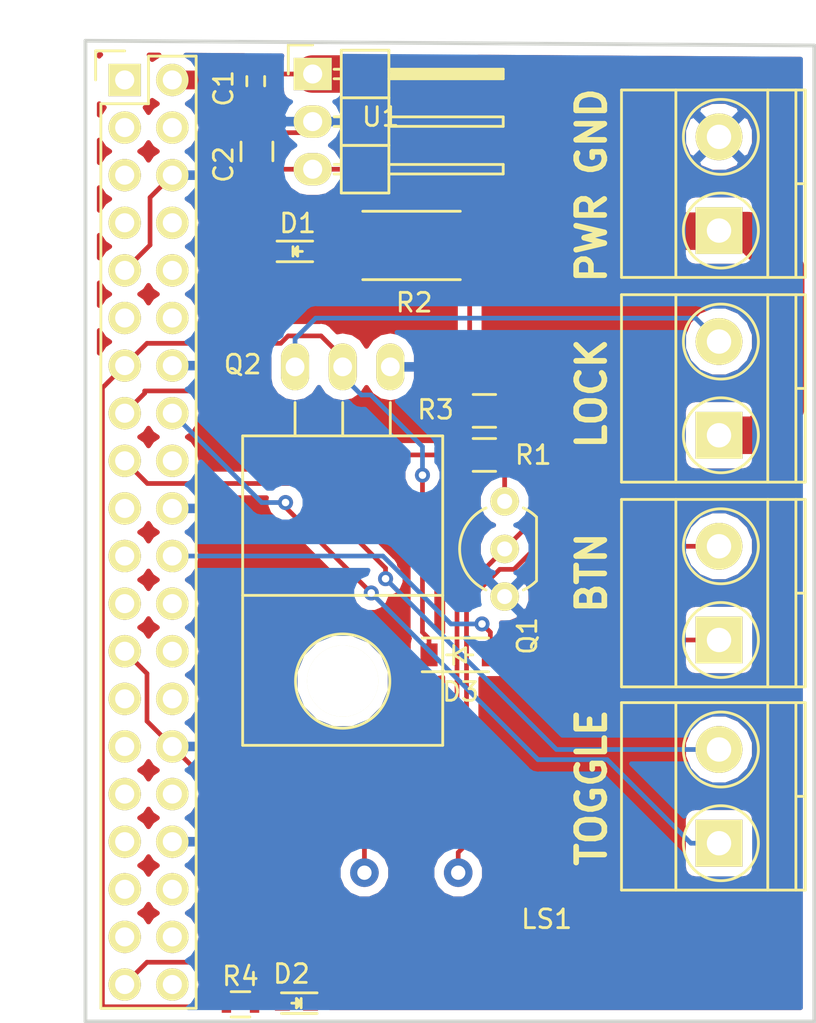
<source format=kicad_pcb>
(kicad_pcb (version 20171130) (host pcbnew "(5.0.2)-1")

  (general
    (thickness 1.6)
    (drawings 9)
    (tracks 137)
    (zones 0)
    (modules 18)
    (nets 14)
  )

  (page A4)
  (layers
    (0 F.Cu signal)
    (31 B.Cu signal)
    (32 B.Adhes user)
    (33 F.Adhes user)
    (34 B.Paste user)
    (35 F.Paste user)
    (36 B.SilkS user)
    (37 F.SilkS user)
    (38 B.Mask user)
    (39 F.Mask user)
    (40 Dwgs.User user)
    (41 Cmts.User user)
    (42 Eco1.User user)
    (43 Eco2.User user)
    (44 Edge.Cuts user)
    (45 Margin user)
    (46 B.CrtYd user)
    (47 F.CrtYd user)
    (48 B.Fab user)
    (49 F.Fab user)
  )

  (setup
    (last_trace_width 0.25)
    (trace_clearance 0.2)
    (zone_clearance 0.508)
    (zone_45_only no)
    (trace_min 0.2)
    (segment_width 0.2)
    (edge_width 0.15)
    (via_size 0.8)
    (via_drill 0.4)
    (via_min_size 0.4)
    (via_min_drill 0.3)
    (uvia_size 0.3)
    (uvia_drill 0.1)
    (uvias_allowed no)
    (uvia_min_size 0.2)
    (uvia_min_drill 0.1)
    (pcb_text_width 0.3)
    (pcb_text_size 1.5 1.5)
    (mod_edge_width 0.15)
    (mod_text_size 1 1)
    (mod_text_width 0.15)
    (pad_size 1.524 1.524)
    (pad_drill 0.762)
    (pad_to_mask_clearance 0.051)
    (solder_mask_min_width 0.25)
    (aux_axis_origin 0 0)
    (visible_elements 7FFFFFFF)
    (pcbplotparams
      (layerselection 0x010fc_ffffffff)
      (usegerberextensions false)
      (usegerberattributes false)
      (usegerberadvancedattributes false)
      (creategerberjobfile false)
      (excludeedgelayer true)
      (linewidth 0.100000)
      (plotframeref false)
      (viasonmask false)
      (mode 1)
      (useauxorigin false)
      (hpglpennumber 1)
      (hpglpenspeed 20)
      (hpglpendiameter 15.000000)
      (psnegative false)
      (psa4output false)
      (plotreference true)
      (plotvalue true)
      (plotinvisibletext false)
      (padsonsilk false)
      (subtractmaskfromsilk false)
      (outputformat 1)
      (mirror false)
      (drillshape 1)
      (scaleselection 1)
      (outputdirectory ""))
  )

  (net 0 "")
  (net 1 Vin)
  (net 2 GND)
  (net 3 Vcc)
  (net 4 "Net-(D1-Pad2)")
  (net 5 "Net-(D2-Pad2)")
  (net 6 Lock)
  (net 7 Alert)
  (net 8 Toggle)
  (net 9 TogglePWR)
  (net 10 Switch)
  (net 11 "Net-(J5-Pad2)")
  (net 12 "Net-(LS1-Pad2)")
  (net 13 "Net-(Q1-Pad3)")

  (net_class Default "This is the default net class."
    (clearance 0.2)
    (trace_width 0.25)
    (via_dia 0.8)
    (via_drill 0.4)
    (uvia_dia 0.3)
    (uvia_drill 0.1)
    (add_net Alert)
    (add_net GND)
    (add_net Lock)
    (add_net "Net-(D1-Pad2)")
    (add_net "Net-(D2-Pad2)")
    (add_net "Net-(J5-Pad2)")
    (add_net "Net-(LS1-Pad2)")
    (add_net "Net-(Q1-Pad3)")
    (add_net Switch)
    (add_net Toggle)
    (add_net TogglePWR)
    (add_net Vcc)
    (add_net Vin)
  )

  (module Capacitors_SMD:C_0402 (layer F.Cu) (tedit 5415D599) (tstamp 5C806771)
    (at 135.3185 60.833 270)
    (descr "Capacitor SMD 0402, reflow soldering, AVX (see smccp.pdf)")
    (tags "capacitor 0402")
    (path /5C746050)
    (attr smd)
    (fp_text reference C1 (at 0.381 1.7145 270) (layer F.SilkS)
      (effects (font (size 1 1) (thickness 0.15)))
    )
    (fp_text value 2.2uF (at 0 1.7 270) (layer F.Fab)
      (effects (font (size 1 1) (thickness 0.15)))
    )
    (fp_line (start -1.15 -0.6) (end 1.15 -0.6) (layer F.CrtYd) (width 0.05))
    (fp_line (start -1.15 0.6) (end 1.15 0.6) (layer F.CrtYd) (width 0.05))
    (fp_line (start -1.15 -0.6) (end -1.15 0.6) (layer F.CrtYd) (width 0.05))
    (fp_line (start 1.15 -0.6) (end 1.15 0.6) (layer F.CrtYd) (width 0.05))
    (fp_line (start 0.25 -0.475) (end -0.25 -0.475) (layer F.SilkS) (width 0.15))
    (fp_line (start -0.25 0.475) (end 0.25 0.475) (layer F.SilkS) (width 0.15))
    (pad 1 smd rect (at -0.55 0 270) (size 0.6 0.5) (layers F.Cu F.Paste F.Mask)
      (net 1 Vin))
    (pad 2 smd rect (at 0.55 0 270) (size 0.6 0.5) (layers F.Cu F.Paste F.Mask)
      (net 2 GND))
    (model Capacitors_SMD.3dshapes/C_0402.wrl
      (at (xyz 0 0 0))
      (scale (xyz 1 1 1))
      (rotate (xyz 0 0 0))
    )
  )

  (module Capacitors_SMD:C_0805 (layer F.Cu) (tedit 5415D6EA) (tstamp 5C80677D)
    (at 135.382 64.5795 90)
    (descr "Capacitor SMD 0805, reflow soldering, AVX (see smccp.pdf)")
    (tags "capacitor 0805")
    (path /5C746087)
    (attr smd)
    (fp_text reference C2 (at -0.6985 -1.778 90) (layer F.SilkS)
      (effects (font (size 1 1) (thickness 0.15)))
    )
    (fp_text value 10uF (at 0 2.1 90) (layer F.Fab)
      (effects (font (size 1 1) (thickness 0.15)))
    )
    (fp_line (start -1.8 -1) (end 1.8 -1) (layer F.CrtYd) (width 0.05))
    (fp_line (start -1.8 1) (end 1.8 1) (layer F.CrtYd) (width 0.05))
    (fp_line (start -1.8 -1) (end -1.8 1) (layer F.CrtYd) (width 0.05))
    (fp_line (start 1.8 -1) (end 1.8 1) (layer F.CrtYd) (width 0.05))
    (fp_line (start 0.5 -0.85) (end -0.5 -0.85) (layer F.SilkS) (width 0.15))
    (fp_line (start -0.5 0.85) (end 0.5 0.85) (layer F.SilkS) (width 0.15))
    (pad 1 smd rect (at -1 0 90) (size 1 1.25) (layers F.Cu F.Paste F.Mask)
      (net 3 Vcc))
    (pad 2 smd rect (at 1 0 90) (size 1 1.25) (layers F.Cu F.Paste F.Mask)
      (net 2 GND))
    (model Capacitors_SMD.3dshapes/C_0805.wrl
      (at (xyz 0 0 0))
      (scale (xyz 1 1 1))
      (rotate (xyz 0 0 0))
    )
  )

  (module LEDs:LED_0603 (layer F.Cu) (tedit 55BDE255) (tstamp 5C80678E)
    (at 137.5537 69.9135)
    (descr "LED 0603 smd package")
    (tags "LED led 0603 SMD smd SMT smt smdled SMDLED smtled SMTLED")
    (path /5C7516E3)
    (attr smd)
    (fp_text reference D1 (at 0 -1.5) (layer F.SilkS)
      (effects (font (size 1 1) (thickness 0.15)))
    )
    (fp_text value LED (at 0 1.5) (layer F.Fab)
      (effects (font (size 1 1) (thickness 0.15)))
    )
    (fp_line (start -1.4 -0.75) (end 1.4 -0.75) (layer F.CrtYd) (width 0.05))
    (fp_line (start -1.4 0.75) (end -1.4 -0.75) (layer F.CrtYd) (width 0.05))
    (fp_line (start 1.4 0.75) (end -1.4 0.75) (layer F.CrtYd) (width 0.05))
    (fp_line (start 1.4 -0.75) (end 1.4 0.75) (layer F.CrtYd) (width 0.05))
    (fp_line (start 0 0.25) (end -0.25 0) (layer F.SilkS) (width 0.15))
    (fp_line (start 0 -0.25) (end 0 0.25) (layer F.SilkS) (width 0.15))
    (fp_line (start -0.25 0) (end 0 -0.25) (layer F.SilkS) (width 0.15))
    (fp_line (start -0.25 -0.25) (end -0.25 0.25) (layer F.SilkS) (width 0.15))
    (fp_line (start -0.2 0) (end 0.25 0) (layer F.SilkS) (width 0.15))
    (fp_line (start -1.1 -0.55) (end 0.8 -0.55) (layer F.SilkS) (width 0.15))
    (fp_line (start -1.1 0.55) (end 0.8 0.55) (layer F.SilkS) (width 0.15))
    (pad 1 smd rect (at -0.7493 0 180) (size 0.79756 0.79756) (layers F.Cu F.Paste F.Mask)
      (net 2 GND))
    (pad 2 smd rect (at 0.7493 0 180) (size 0.79756 0.79756) (layers F.Cu F.Paste F.Mask)
      (net 4 "Net-(D1-Pad2)"))
    (model LEDs.3dshapes/LED_0603.wrl
      (at (xyz 0 0 0))
      (scale (xyz 1 1 1))
      (rotate (xyz 0 0 180))
    )
  )

  (module LEDs:LED_0603 (layer F.Cu) (tedit 55BDE255) (tstamp 5C80679F)
    (at 137.489067 110.020606 180)
    (descr "LED 0603 smd package")
    (tags "LED led 0603 SMD smd SMT smt smdled SMDLED smtled SMTLED")
    (path /5C74A07C)
    (attr smd)
    (fp_text reference D2 (at 0.265567 1.562606 180) (layer F.SilkS)
      (effects (font (size 1 1) (thickness 0.15)))
    )
    (fp_text value LED (at 0 1.5 180) (layer F.Fab)
      (effects (font (size 1 1) (thickness 0.15)))
    )
    (fp_line (start -1.1 0.55) (end 0.8 0.55) (layer F.SilkS) (width 0.15))
    (fp_line (start -1.1 -0.55) (end 0.8 -0.55) (layer F.SilkS) (width 0.15))
    (fp_line (start -0.2 0) (end 0.25 0) (layer F.SilkS) (width 0.15))
    (fp_line (start -0.25 -0.25) (end -0.25 0.25) (layer F.SilkS) (width 0.15))
    (fp_line (start -0.25 0) (end 0 -0.25) (layer F.SilkS) (width 0.15))
    (fp_line (start 0 -0.25) (end 0 0.25) (layer F.SilkS) (width 0.15))
    (fp_line (start 0 0.25) (end -0.25 0) (layer F.SilkS) (width 0.15))
    (fp_line (start 1.4 -0.75) (end 1.4 0.75) (layer F.CrtYd) (width 0.05))
    (fp_line (start 1.4 0.75) (end -1.4 0.75) (layer F.CrtYd) (width 0.05))
    (fp_line (start -1.4 0.75) (end -1.4 -0.75) (layer F.CrtYd) (width 0.05))
    (fp_line (start -1.4 -0.75) (end 1.4 -0.75) (layer F.CrtYd) (width 0.05))
    (pad 2 smd rect (at 0.7493 0) (size 0.79756 0.79756) (layers F.Cu F.Paste F.Mask)
      (net 5 "Net-(D2-Pad2)"))
    (pad 1 smd rect (at -0.7493 0) (size 0.79756 0.79756) (layers F.Cu F.Paste F.Mask)
      (net 2 GND))
    (model LEDs.3dshapes/LED_0603.wrl
      (at (xyz 0 0 0))
      (scale (xyz 1 1 1))
      (rotate (xyz 0 0 180))
    )
  )

  (module Pin_Headers:Pin_Header_Straight_2x20 (layer F.Cu) (tedit 5C7485AE) (tstamp 5C8067D7)
    (at 128.330501 60.766501)
    (descr "Through hole pin header")
    (tags "pin header")
    (path /5C745CCB)
    (fp_text reference J1 (at 0 -5.1) (layer F.SilkS) hide
      (effects (font (size 1 1) (thickness 0.15)))
    )
    (fp_text value Raspberry_Pi_2_3 (at 0 -3.1) (layer F.Fab)
      (effects (font (size 1 1) (thickness 0.15)))
    )
    (fp_line (start -1.75 -1.75) (end -1.75 50.05) (layer F.CrtYd) (width 0.05))
    (fp_line (start 4.3 -1.75) (end 4.3 50.05) (layer F.CrtYd) (width 0.05))
    (fp_line (start -1.75 -1.75) (end 4.3 -1.75) (layer F.CrtYd) (width 0.05))
    (fp_line (start -1.75 50.05) (end 4.3 50.05) (layer F.CrtYd) (width 0.05))
    (fp_line (start 3.81 49.53) (end 3.81 -1.27) (layer F.SilkS) (width 0.15))
    (fp_line (start -1.27 1.27) (end -1.27 49.53) (layer F.SilkS) (width 0.15))
    (fp_line (start 3.81 49.53) (end -1.27 49.53) (layer F.SilkS) (width 0.15))
    (fp_line (start 3.81 -1.27) (end 1.27 -1.27) (layer F.SilkS) (width 0.15))
    (fp_line (start 0 -1.55) (end -1.55 -1.55) (layer F.SilkS) (width 0.15))
    (fp_line (start 1.27 -1.27) (end 1.27 1.27) (layer F.SilkS) (width 0.15))
    (fp_line (start 1.27 1.27) (end -1.27 1.27) (layer F.SilkS) (width 0.15))
    (fp_line (start -1.55 -1.55) (end -1.55 0) (layer F.SilkS) (width 0.15))
    (pad 1 thru_hole rect (at 0 0) (size 1.7272 1.7272) (drill 1.016) (layers *.Cu *.Mask F.SilkS))
    (pad 2 thru_hole oval (at 2.54 0) (size 1.7272 1.7272) (drill 1.016) (layers *.Cu *.Mask F.SilkS)
      (net 3 Vcc))
    (pad 3 thru_hole oval (at 0 2.54) (size 1.7272 1.7272) (drill 1.016) (layers *.Cu *.Mask F.SilkS))
    (pad 4 thru_hole oval (at 2.54 2.54) (size 1.7272 1.7272) (drill 1.016) (layers *.Cu *.Mask F.SilkS))
    (pad 5 thru_hole oval (at 0 5.08) (size 1.7272 1.7272) (drill 1.016) (layers *.Cu *.Mask F.SilkS))
    (pad 6 thru_hole oval (at 2.54 5.08) (size 1.7272 1.7272) (drill 1.016) (layers *.Cu *.Mask F.SilkS)
      (net 2 GND))
    (pad 7 thru_hole oval (at 0 7.62) (size 1.7272 1.7272) (drill 1.016) (layers *.Cu *.Mask F.SilkS))
    (pad 8 thru_hole oval (at 2.54 7.62) (size 1.7272 1.7272) (drill 1.016) (layers *.Cu *.Mask F.SilkS))
    (pad 9 thru_hole oval (at 0 10.16) (size 1.7272 1.7272) (drill 1.016) (layers *.Cu *.Mask F.SilkS)
      (net 2 GND))
    (pad 10 thru_hole oval (at 2.54 10.16) (size 1.7272 1.7272) (drill 1.016) (layers *.Cu *.Mask F.SilkS))
    (pad 11 thru_hole oval (at 0 12.7) (size 1.7272 1.7272) (drill 1.016) (layers *.Cu *.Mask F.SilkS))
    (pad 12 thru_hole oval (at 2.54 12.7) (size 1.7272 1.7272) (drill 1.016) (layers *.Cu *.Mask F.SilkS))
    (pad 13 thru_hole oval (at 0 15.24) (size 1.7272 1.7272) (drill 1.016) (layers *.Cu *.Mask F.SilkS)
      (net 6 Lock))
    (pad 14 thru_hole oval (at 2.54 15.24) (size 1.7272 1.7272) (drill 1.016) (layers *.Cu *.Mask F.SilkS)
      (net 2 GND))
    (pad 15 thru_hole oval (at 0 17.78) (size 1.7272 1.7272) (drill 1.016) (layers *.Cu *.Mask F.SilkS)
      (net 7 Alert))
    (pad 16 thru_hole oval (at 2.54 17.78) (size 1.7272 1.7272) (drill 1.016) (layers *.Cu *.Mask F.SilkS)
      (net 8 Toggle))
    (pad 17 thru_hole oval (at 0 20.32) (size 1.7272 1.7272) (drill 1.016) (layers *.Cu *.Mask F.SilkS)
      (net 9 TogglePWR))
    (pad 18 thru_hole oval (at 2.54 20.32) (size 1.7272 1.7272) (drill 1.016) (layers *.Cu *.Mask F.SilkS))
    (pad 19 thru_hole oval (at 0 22.86) (size 1.7272 1.7272) (drill 1.016) (layers *.Cu *.Mask F.SilkS))
    (pad 20 thru_hole oval (at 2.54 22.86) (size 1.7272 1.7272) (drill 1.016) (layers *.Cu *.Mask F.SilkS)
      (net 2 GND))
    (pad 21 thru_hole oval (at 0 25.4) (size 1.7272 1.7272) (drill 1.016) (layers *.Cu *.Mask F.SilkS))
    (pad 22 thru_hole oval (at 2.54 25.4) (size 1.7272 1.7272) (drill 1.016) (layers *.Cu *.Mask F.SilkS)
      (net 10 Switch))
    (pad 23 thru_hole oval (at 0 27.94) (size 1.7272 1.7272) (drill 1.016) (layers *.Cu *.Mask F.SilkS))
    (pad 24 thru_hole oval (at 2.54 27.94) (size 1.7272 1.7272) (drill 1.016) (layers *.Cu *.Mask F.SilkS))
    (pad 25 thru_hole oval (at 0 30.48) (size 1.7272 1.7272) (drill 1.016) (layers *.Cu *.Mask F.SilkS)
      (net 2 GND))
    (pad 26 thru_hole oval (at 2.54 30.48) (size 1.7272 1.7272) (drill 1.016) (layers *.Cu *.Mask F.SilkS))
    (pad 27 thru_hole oval (at 0 33.02) (size 1.7272 1.7272) (drill 1.016) (layers *.Cu *.Mask F.SilkS))
    (pad 28 thru_hole oval (at 2.54 33.02) (size 1.7272 1.7272) (drill 1.016) (layers *.Cu *.Mask F.SilkS))
    (pad 29 thru_hole oval (at 0 35.56) (size 1.7272 1.7272) (drill 1.016) (layers *.Cu *.Mask F.SilkS))
    (pad 30 thru_hole oval (at 2.54 35.56) (size 1.7272 1.7272) (drill 1.016) (layers *.Cu *.Mask F.SilkS)
      (net 2 GND))
    (pad 31 thru_hole oval (at 0 38.1) (size 1.7272 1.7272) (drill 1.016) (layers *.Cu *.Mask F.SilkS))
    (pad 32 thru_hole oval (at 2.54 38.1) (size 1.7272 1.7272) (drill 1.016) (layers *.Cu *.Mask F.SilkS))
    (pad 33 thru_hole oval (at 0 40.64) (size 1.7272 1.7272) (drill 1.016) (layers *.Cu *.Mask F.SilkS))
    (pad 34 thru_hole oval (at 2.54 40.64) (size 1.7272 1.7272) (drill 1.016) (layers *.Cu *.Mask F.SilkS)
      (net 2 GND))
    (pad 35 thru_hole oval (at 0 43.18) (size 1.7272 1.7272) (drill 1.016) (layers *.Cu *.Mask F.SilkS))
    (pad 36 thru_hole oval (at 2.54 43.18) (size 1.7272 1.7272) (drill 1.016) (layers *.Cu *.Mask F.SilkS))
    (pad 37 thru_hole oval (at 0 45.72) (size 1.7272 1.7272) (drill 1.016) (layers *.Cu *.Mask F.SilkS))
    (pad 38 thru_hole oval (at 2.54 45.72) (size 1.7272 1.7272) (drill 1.016) (layers *.Cu *.Mask F.SilkS))
    (pad 39 thru_hole oval (at 0 48.26) (size 1.7272 1.7272) (drill 1.016) (layers *.Cu *.Mask F.SilkS)
      (net 2 GND))
    (pad 40 thru_hole oval (at 2.54 48.26) (size 1.7272 1.7272) (drill 1.016) (layers *.Cu *.Mask F.SilkS))
    (model Pin_Headers.3dshapes/Pin_Header_Straight_2x20.wrl
      (offset (xyz 1.269999980926514 -24.12999963760376 0))
      (scale (xyz 1 1 1))
      (rotate (xyz 0 0 90))
    )
  )

  (module Terminal_Blocks:TerminalBlock_Pheonix_MKDS1.5-2pol (layer F.Cu) (tedit 5C747FC6) (tstamp 5C8067EB)
    (at 160.02 68.802 90)
    (descr "2-way 5mm pitch terminal block, Phoenix MKDS series")
    (path /5C747072)
    (fp_text reference J2 (at 2.5 5.9 90) (layer F.SilkS) hide
      (effects (font (size 1 1) (thickness 0.15)))
    )
    (fp_text value Screw_Terminal_01x02 (at 2.5 -6.6 90) (layer F.Fab)
      (effects (font (size 1 1) (thickness 0.15)))
    )
    (fp_line (start -2.5 -5.2) (end -2.5 4.6) (layer F.SilkS) (width 0.15))
    (fp_line (start 7.5 -5.2) (end -2.5 -5.2) (layer F.SilkS) (width 0.15))
    (fp_line (start 7.5 4.6) (end 7.5 -5.2) (layer F.SilkS) (width 0.15))
    (fp_line (start -2.5 4.6) (end 7.5 4.6) (layer F.SilkS) (width 0.15))
    (fp_line (start -2.5 4.1) (end 7.5 4.1) (layer F.SilkS) (width 0.15))
    (fp_line (start -2.5 -2.3) (end 7.5 -2.3) (layer F.SilkS) (width 0.15))
    (fp_line (start -2.5 2.6) (end 7.5 2.6) (layer F.SilkS) (width 0.15))
    (fp_circle (center 0 0.1) (end 2 0.1) (layer F.SilkS) (width 0.15))
    (fp_circle (center 5 0.1) (end 3 0.1) (layer F.SilkS) (width 0.15))
    (fp_line (start 2.5 4.1) (end 2.5 4.6) (layer F.SilkS) (width 0.15))
    (fp_line (start 7.7 -5.4) (end 7.7 4.8) (layer F.CrtYd) (width 0.05))
    (fp_line (start 7.7 4.8) (end -2.7 4.8) (layer F.CrtYd) (width 0.05))
    (fp_line (start -2.7 4.8) (end -2.7 -5.4) (layer F.CrtYd) (width 0.05))
    (fp_line (start -2.7 -5.4) (end 7.7 -5.4) (layer F.CrtYd) (width 0.05))
    (pad 2 thru_hole circle (at 5 0 90) (size 2.5 2.5) (drill 1.3) (layers *.Cu *.Mask F.SilkS)
      (net 2 GND))
    (pad 1 thru_hole rect (at 0 0 90) (size 2.5 2.5) (drill 1.3) (layers *.Cu *.Mask F.SilkS)
      (net 1 Vin))
    (model Terminal_Blocks.3dshapes/TerminalBlock_Pheonix_MKDS1.5-2pol.wrl
      (offset (xyz 2.499359962463379 0 0))
      (scale (xyz 1 1 1))
      (rotate (xyz 0 0 0))
    )
  )

  (module Terminal_Blocks:TerminalBlock_Pheonix_MKDS1.5-2pol (layer F.Cu) (tedit 5C747FD2) (tstamp 5C8067FF)
    (at 160.02 90.646 90)
    (descr "2-way 5mm pitch terminal block, Phoenix MKDS series")
    (path /5C7482A2)
    (fp_text reference J3 (at 2.5 5.9 90) (layer F.SilkS) hide
      (effects (font (size 1 1) (thickness 0.15)))
    )
    (fp_text value Screw_Terminal_01x02 (at 2.5 -6.6 90) (layer F.Fab)
      (effects (font (size 1 1) (thickness 0.15)))
    )
    (fp_line (start -2.5 -5.2) (end -2.5 4.6) (layer F.SilkS) (width 0.15))
    (fp_line (start 7.5 -5.2) (end -2.5 -5.2) (layer F.SilkS) (width 0.15))
    (fp_line (start 7.5 4.6) (end 7.5 -5.2) (layer F.SilkS) (width 0.15))
    (fp_line (start -2.5 4.6) (end 7.5 4.6) (layer F.SilkS) (width 0.15))
    (fp_line (start -2.5 4.1) (end 7.5 4.1) (layer F.SilkS) (width 0.15))
    (fp_line (start -2.5 -2.3) (end 7.5 -2.3) (layer F.SilkS) (width 0.15))
    (fp_line (start -2.5 2.6) (end 7.5 2.6) (layer F.SilkS) (width 0.15))
    (fp_circle (center 0 0.1) (end 2 0.1) (layer F.SilkS) (width 0.15))
    (fp_circle (center 5 0.1) (end 3 0.1) (layer F.SilkS) (width 0.15))
    (fp_line (start 2.5 4.1) (end 2.5 4.6) (layer F.SilkS) (width 0.15))
    (fp_line (start 7.7 -5.4) (end 7.7 4.8) (layer F.CrtYd) (width 0.05))
    (fp_line (start 7.7 4.8) (end -2.7 4.8) (layer F.CrtYd) (width 0.05))
    (fp_line (start -2.7 4.8) (end -2.7 -5.4) (layer F.CrtYd) (width 0.05))
    (fp_line (start -2.7 -5.4) (end 7.7 -5.4) (layer F.CrtYd) (width 0.05))
    (pad 2 thru_hole circle (at 5 0 90) (size 2.5 2.5) (drill 1.3) (layers *.Cu *.Mask F.SilkS)
      (net 3 Vcc))
    (pad 1 thru_hole rect (at 0 0 90) (size 2.5 2.5) (drill 1.3) (layers *.Cu *.Mask F.SilkS)
      (net 10 Switch))
    (model Terminal_Blocks.3dshapes/TerminalBlock_Pheonix_MKDS1.5-2pol.wrl
      (offset (xyz 2.499359962463379 0 0))
      (scale (xyz 1 1 1))
      (rotate (xyz 0 0 0))
    )
  )

  (module Terminal_Blocks:TerminalBlock_Pheonix_MKDS1.5-2pol (layer F.Cu) (tedit 5C747FD8) (tstamp 5C806813)
    (at 160.02 101.488 90)
    (descr "2-way 5mm pitch terminal block, Phoenix MKDS series")
    (path /5C7490C9)
    (fp_text reference J4 (at 2.5 5.9 90) (layer F.SilkS) hide
      (effects (font (size 1 1) (thickness 0.15)))
    )
    (fp_text value Screw_Terminal_01x02 (at 2.5 -6.6 90) (layer F.Fab)
      (effects (font (size 1 1) (thickness 0.15)))
    )
    (fp_line (start -2.7 -5.4) (end 7.7 -5.4) (layer F.CrtYd) (width 0.05))
    (fp_line (start -2.7 4.8) (end -2.7 -5.4) (layer F.CrtYd) (width 0.05))
    (fp_line (start 7.7 4.8) (end -2.7 4.8) (layer F.CrtYd) (width 0.05))
    (fp_line (start 7.7 -5.4) (end 7.7 4.8) (layer F.CrtYd) (width 0.05))
    (fp_line (start 2.5 4.1) (end 2.5 4.6) (layer F.SilkS) (width 0.15))
    (fp_circle (center 5 0.1) (end 3 0.1) (layer F.SilkS) (width 0.15))
    (fp_circle (center 0 0.1) (end 2 0.1) (layer F.SilkS) (width 0.15))
    (fp_line (start -2.5 2.6) (end 7.5 2.6) (layer F.SilkS) (width 0.15))
    (fp_line (start -2.5 -2.3) (end 7.5 -2.3) (layer F.SilkS) (width 0.15))
    (fp_line (start -2.5 4.1) (end 7.5 4.1) (layer F.SilkS) (width 0.15))
    (fp_line (start -2.5 4.6) (end 7.5 4.6) (layer F.SilkS) (width 0.15))
    (fp_line (start 7.5 4.6) (end 7.5 -5.2) (layer F.SilkS) (width 0.15))
    (fp_line (start 7.5 -5.2) (end -2.5 -5.2) (layer F.SilkS) (width 0.15))
    (fp_line (start -2.5 -5.2) (end -2.5 4.6) (layer F.SilkS) (width 0.15))
    (pad 1 thru_hole rect (at 0 0 90) (size 2.5 2.5) (drill 1.3) (layers *.Cu *.Mask F.SilkS)
      (net 8 Toggle))
    (pad 2 thru_hole circle (at 5 0 90) (size 2.5 2.5) (drill 1.3) (layers *.Cu *.Mask F.SilkS)
      (net 9 TogglePWR))
    (model Terminal_Blocks.3dshapes/TerminalBlock_Pheonix_MKDS1.5-2pol.wrl
      (offset (xyz 2.499359962463379 0 0))
      (scale (xyz 1 1 1))
      (rotate (xyz 0 0 0))
    )
  )

  (module Terminal_Blocks:TerminalBlock_Pheonix_MKDS1.5-2pol (layer F.Cu) (tedit 5C747FCB) (tstamp 5C806827)
    (at 160.02 79.724 90)
    (descr "2-way 5mm pitch terminal block, Phoenix MKDS series")
    (path /5C747DD7)
    (fp_text reference J5 (at 2.5 5.9 90) (layer F.SilkS) hide
      (effects (font (size 1 1) (thickness 0.15)))
    )
    (fp_text value Screw_Terminal_01x02 (at 2.5 -6.6 90) (layer F.Fab)
      (effects (font (size 1 1) (thickness 0.15)))
    )
    (fp_line (start -2.7 -5.4) (end 7.7 -5.4) (layer F.CrtYd) (width 0.05))
    (fp_line (start -2.7 4.8) (end -2.7 -5.4) (layer F.CrtYd) (width 0.05))
    (fp_line (start 7.7 4.8) (end -2.7 4.8) (layer F.CrtYd) (width 0.05))
    (fp_line (start 7.7 -5.4) (end 7.7 4.8) (layer F.CrtYd) (width 0.05))
    (fp_line (start 2.5 4.1) (end 2.5 4.6) (layer F.SilkS) (width 0.15))
    (fp_circle (center 5 0.1) (end 3 0.1) (layer F.SilkS) (width 0.15))
    (fp_circle (center 0 0.1) (end 2 0.1) (layer F.SilkS) (width 0.15))
    (fp_line (start -2.5 2.6) (end 7.5 2.6) (layer F.SilkS) (width 0.15))
    (fp_line (start -2.5 -2.3) (end 7.5 -2.3) (layer F.SilkS) (width 0.15))
    (fp_line (start -2.5 4.1) (end 7.5 4.1) (layer F.SilkS) (width 0.15))
    (fp_line (start -2.5 4.6) (end 7.5 4.6) (layer F.SilkS) (width 0.15))
    (fp_line (start 7.5 4.6) (end 7.5 -5.2) (layer F.SilkS) (width 0.15))
    (fp_line (start 7.5 -5.2) (end -2.5 -5.2) (layer F.SilkS) (width 0.15))
    (fp_line (start -2.5 -5.2) (end -2.5 4.6) (layer F.SilkS) (width 0.15))
    (pad 1 thru_hole rect (at 0 0 90) (size 2.5 2.5) (drill 1.3) (layers *.Cu *.Mask F.SilkS)
      (net 1 Vin))
    (pad 2 thru_hole circle (at 5 0 90) (size 2.5 2.5) (drill 1.3) (layers *.Cu *.Mask F.SilkS)
      (net 11 "Net-(J5-Pad2)"))
    (model Terminal_Blocks.3dshapes/TerminalBlock_Pheonix_MKDS1.5-2pol.wrl
      (offset (xyz 2.499359962463379 0 0))
      (scale (xyz 1 1 1))
      (rotate (xyz 0 0 0))
    )
  )

  (module rpi_hat:PS1240P02BT (layer F.Cu) (tedit 5C747A9B) (tstamp 5C80682E)
    (at 143.6135 103.0605 180)
    (path /5C74D102)
    (fp_text reference LS1 (at -7.2155 -2.4765 180) (layer F.SilkS)
      (effects (font (size 1 1) (thickness 0.15)))
    )
    (fp_text value Speaker (at 0 -0.5 180) (layer F.Fab)
      (effects (font (size 1 1) (thickness 0.15)))
    )
    (fp_circle (center 0 0) (end 6.1 0) (layer F.CrtYd) (width 0.15))
    (pad 1 thru_hole circle (at -2.5 0 180) (size 1.524 1.524) (drill 0.762) (layers *.Cu *.Mask)
      (net 3 Vcc))
    (pad 2 thru_hole circle (at 2.5 0 180) (size 1.524 1.524) (drill 0.762) (layers *.Cu *.Mask)
      (net 12 "Net-(LS1-Pad2)"))
  )

  (module TO_SOT_Packages_THT:TO-92_Inline_Wide (layer F.Cu) (tedit 54F242B4) (tstamp 5C80683E)
    (at 148.59 88.3285 90)
    (descr "TO-92 leads in-line, wide, drill 0.8mm (see NXP sot054_po.pdf)")
    (tags "to-92 sc-43 sc-43a sot54 PA33 transistor")
    (path /5C74D3B6)
    (fp_text reference Q1 (at -2.0955 1.2065 270) (layer F.SilkS)
      (effects (font (size 1 1) (thickness 0.15)))
    )
    (fp_text value 2SC1815 (at 0 3 90) (layer F.Fab)
      (effects (font (size 1 1) (thickness 0.15)))
    )
    (fp_arc (start 2.54 0) (end 0.84 1.7) (angle 20.5) (layer F.SilkS) (width 0.15))
    (fp_arc (start 2.54 0) (end 4.24 1.7) (angle -20.5) (layer F.SilkS) (width 0.15))
    (fp_line (start -1 1.95) (end -1 -2.65) (layer F.CrtYd) (width 0.05))
    (fp_line (start -1 1.95) (end 6.1 1.95) (layer F.CrtYd) (width 0.05))
    (fp_line (start 0.84 1.7) (end 4.24 1.7) (layer F.SilkS) (width 0.15))
    (fp_arc (start 2.54 0) (end 2.54 -2.4) (angle -65.55604127) (layer F.SilkS) (width 0.15))
    (fp_arc (start 2.54 0) (end 2.54 -2.4) (angle 65.55604127) (layer F.SilkS) (width 0.15))
    (fp_line (start -1 -2.65) (end 6.1 -2.65) (layer F.CrtYd) (width 0.05))
    (fp_line (start 6.1 1.95) (end 6.1 -2.65) (layer F.CrtYd) (width 0.05))
    (pad 2 thru_hole circle (at 2.54 0 180) (size 1.524 1.524) (drill 0.8) (layers *.Cu *.Mask F.SilkS)
      (net 12 "Net-(LS1-Pad2)"))
    (pad 3 thru_hole circle (at 5.08 0 180) (size 1.524 1.524) (drill 0.8) (layers *.Cu *.Mask F.SilkS)
      (net 13 "Net-(Q1-Pad3)"))
    (pad 1 thru_hole circle (at 0 0 180) (size 1.524 1.524) (drill 0.8) (layers *.Cu *.Mask F.SilkS)
      (net 2 GND))
    (model TO_SOT_Packages_THT.3dshapes/TO-92_Inline_Wide.wrl
      (offset (xyz 2.539999961853027 0 0))
      (scale (xyz 1 1 1))
      (rotate (xyz 0 0 -90))
    )
  )

  (module TO_SOT_Packages_THT:TO-220_Neutral123_Horizontal (layer F.Cu) (tedit 0) (tstamp 5C806852)
    (at 139.954 76.073 180)
    (descr "TO-220, Neutral, Horizontal,")
    (tags "TO-220, Neutral, Horizontal,")
    (path /5C747739)
    (fp_text reference Q2 (at 5.334 0.127 180) (layer F.SilkS)
      (effects (font (size 1 1) (thickness 0.15)))
    )
    (fp_text value 2N7000 (at -0.29972 3.44932 180) (layer F.Fab)
      (effects (font (size 1 1) (thickness 0.15)))
    )
    (fp_circle (center 0 -16.764) (end 1.778 -14.986) (layer F.SilkS) (width 0.15))
    (fp_line (start -2.54 -3.683) (end -2.54 -1.905) (layer F.SilkS) (width 0.15))
    (fp_line (start 0 -3.683) (end 0 -1.905) (layer F.SilkS) (width 0.15))
    (fp_line (start 2.54 -3.683) (end 2.54 -1.905) (layer F.SilkS) (width 0.15))
    (fp_line (start 5.334 -12.192) (end 5.334 -20.193) (layer F.SilkS) (width 0.15))
    (fp_line (start 5.334 -20.193) (end -5.334 -20.193) (layer F.SilkS) (width 0.15))
    (fp_line (start -5.334 -20.193) (end -5.334 -12.192) (layer F.SilkS) (width 0.15))
    (fp_line (start 5.334 -3.683) (end 5.334 -12.192) (layer F.SilkS) (width 0.15))
    (fp_line (start 5.334 -12.192) (end -5.334 -12.192) (layer F.SilkS) (width 0.15))
    (fp_line (start -5.334 -12.192) (end -5.334 -3.683) (layer F.SilkS) (width 0.15))
    (fp_line (start 0 -3.683) (end -5.334 -3.683) (layer F.SilkS) (width 0.15))
    (fp_line (start 0 -3.683) (end 5.334 -3.683) (layer F.SilkS) (width 0.15))
    (pad 2 thru_hole oval (at 0 0 270) (size 2.49936 1.50114) (drill 1.00076) (layers *.Cu *.Mask F.SilkS)
      (net 6 Lock))
    (pad 1 thru_hole oval (at -2.54 0 270) (size 2.49936 1.50114) (drill 1.00076) (layers *.Cu *.Mask F.SilkS)
      (net 2 GND))
    (pad 3 thru_hole oval (at 2.54 0 270) (size 2.49936 1.50114) (drill 1.00076) (layers *.Cu *.Mask F.SilkS)
      (net 11 "Net-(J5-Pad2)"))
    (pad "" np_thru_hole circle (at 0 -16.764 270) (size 3.79984 3.79984) (drill 3.79984) (layers *.Cu *.Mask F.SilkS))
    (model TO_SOT_Packages_THT.3dshapes/TO-220_Neutral123_Horizontal.wrl
      (at (xyz 0 0 0))
      (scale (xyz 0.3937 0.3937 0.3937))
      (rotate (xyz 0 0 0))
    )
  )

  (module Resistors_SMD:R_0805 (layer F.Cu) (tedit 5415CDEB) (tstamp 5C80685E)
    (at 147.5105 80.772 180)
    (descr "Resistor SMD 0805, reflow soldering, Vishay (see dcrcw.pdf)")
    (tags "resistor 0805")
    (path /5C74FA68)
    (attr smd)
    (fp_text reference R1 (at -2.6035 0 180) (layer F.SilkS)
      (effects (font (size 1 1) (thickness 0.15)))
    )
    (fp_text value R (at 0 2.1 180) (layer F.Fab)
      (effects (font (size 1 1) (thickness 0.15)))
    )
    (fp_line (start -0.6 -0.875) (end 0.6 -0.875) (layer F.SilkS) (width 0.15))
    (fp_line (start 0.6 0.875) (end -0.6 0.875) (layer F.SilkS) (width 0.15))
    (fp_line (start 1.6 -1) (end 1.6 1) (layer F.CrtYd) (width 0.05))
    (fp_line (start -1.6 -1) (end -1.6 1) (layer F.CrtYd) (width 0.05))
    (fp_line (start -1.6 1) (end 1.6 1) (layer F.CrtYd) (width 0.05))
    (fp_line (start -1.6 -1) (end 1.6 -1) (layer F.CrtYd) (width 0.05))
    (pad 2 smd rect (at 0.95 0 180) (size 0.7 1.3) (layers F.Cu F.Paste F.Mask)
      (net 7 Alert))
    (pad 1 smd rect (at -0.95 0 180) (size 0.7 1.3) (layers F.Cu F.Paste F.Mask)
      (net 13 "Net-(Q1-Pad3)"))
    (model Resistors_SMD.3dshapes/R_0805.wrl
      (at (xyz 0 0 0))
      (scale (xyz 1 1 1))
      (rotate (xyz 0 0 0))
    )
  )

  (module Resistors_SMD:R_2512 (layer F.Cu) (tedit 5415D3E2) (tstamp 5C80686A)
    (at 143.6255 69.596)
    (descr "Resistor SMD 2512, reflow soldering, Vishay (see dcrcw.pdf)")
    (tags "resistor 2512")
    (path /5C7516EB)
    (attr smd)
    (fp_text reference R2 (at 0.1385 3.048) (layer F.SilkS)
      (effects (font (size 1 1) (thickness 0.15)))
    )
    (fp_text value 300Ohm (at 0 3.1) (layer F.Fab)
      (effects (font (size 1 1) (thickness 0.15)))
    )
    (fp_line (start -3.9 -1.95) (end 3.9 -1.95) (layer F.CrtYd) (width 0.05))
    (fp_line (start -3.9 1.95) (end 3.9 1.95) (layer F.CrtYd) (width 0.05))
    (fp_line (start -3.9 -1.95) (end -3.9 1.95) (layer F.CrtYd) (width 0.05))
    (fp_line (start 3.9 -1.95) (end 3.9 1.95) (layer F.CrtYd) (width 0.05))
    (fp_line (start 2.6 1.825) (end -2.6 1.825) (layer F.SilkS) (width 0.15))
    (fp_line (start -2.6 -1.825) (end 2.6 -1.825) (layer F.SilkS) (width 0.15))
    (pad 1 smd rect (at -3.1 0) (size 1 3.2) (layers F.Cu F.Paste F.Mask)
      (net 4 "Net-(D1-Pad2)"))
    (pad 2 smd rect (at 3.1 0) (size 1 3.2) (layers F.Cu F.Paste F.Mask)
      (net 3 Vcc))
    (model Resistors_SMD.3dshapes/R_2512.wrl
      (at (xyz 0 0 0))
      (scale (xyz 1 1 1))
      (rotate (xyz 0 0 0))
    )
  )

  (module Resistors_SMD:R_0805 (layer F.Cu) (tedit 5415CDEB) (tstamp 5C806876)
    (at 147.5105 78.4225)
    (descr "Resistor SMD 0805, reflow soldering, Vishay (see dcrcw.pdf)")
    (tags "resistor 0805")
    (path /5C74D46A)
    (attr smd)
    (fp_text reference R3 (at -2.6035 -0.0635) (layer F.SilkS)
      (effects (font (size 1 1) (thickness 0.15)))
    )
    (fp_text value R (at 0 2.1) (layer F.Fab)
      (effects (font (size 1 1) (thickness 0.15)))
    )
    (fp_line (start -1.6 -1) (end 1.6 -1) (layer F.CrtYd) (width 0.05))
    (fp_line (start -1.6 1) (end 1.6 1) (layer F.CrtYd) (width 0.05))
    (fp_line (start -1.6 -1) (end -1.6 1) (layer F.CrtYd) (width 0.05))
    (fp_line (start 1.6 -1) (end 1.6 1) (layer F.CrtYd) (width 0.05))
    (fp_line (start 0.6 0.875) (end -0.6 0.875) (layer F.SilkS) (width 0.15))
    (fp_line (start -0.6 -0.875) (end 0.6 -0.875) (layer F.SilkS) (width 0.15))
    (pad 1 smd rect (at -0.95 0) (size 0.7 1.3) (layers F.Cu F.Paste F.Mask)
      (net 3 Vcc))
    (pad 2 smd rect (at 0.95 0) (size 0.7 1.3) (layers F.Cu F.Paste F.Mask)
      (net 12 "Net-(LS1-Pad2)"))
    (model Resistors_SMD.3dshapes/R_0805.wrl
      (at (xyz 0 0 0))
      (scale (xyz 1 1 1))
      (rotate (xyz 0 0 0))
    )
  )

  (module Resistors_SMD:R_0603 (layer F.Cu) (tedit 5415CC62) (tstamp 5C806882)
    (at 134.504567 110.084106 180)
    (descr "Resistor SMD 0603, reflow soldering, Vishay (see dcrcw.pdf)")
    (tags "resistor 0603")
    (path /5C74A0F2)
    (attr smd)
    (fp_text reference R4 (at 0 1.499106 180) (layer F.SilkS)
      (effects (font (size 1 1) (thickness 0.15)))
    )
    (fp_text value 150Ohm (at 0 1.9 180) (layer F.Fab)
      (effects (font (size 1 1) (thickness 0.15)))
    )
    (fp_line (start -1.3 -0.8) (end 1.3 -0.8) (layer F.CrtYd) (width 0.05))
    (fp_line (start -1.3 0.8) (end 1.3 0.8) (layer F.CrtYd) (width 0.05))
    (fp_line (start -1.3 -0.8) (end -1.3 0.8) (layer F.CrtYd) (width 0.05))
    (fp_line (start 1.3 -0.8) (end 1.3 0.8) (layer F.CrtYd) (width 0.05))
    (fp_line (start 0.5 0.675) (end -0.5 0.675) (layer F.SilkS) (width 0.15))
    (fp_line (start -0.5 -0.675) (end 0.5 -0.675) (layer F.SilkS) (width 0.15))
    (pad 1 smd rect (at -0.75 0 180) (size 0.5 0.9) (layers F.Cu F.Paste F.Mask)
      (net 5 "Net-(D2-Pad2)"))
    (pad 2 smd rect (at 0.75 0 180) (size 0.5 0.9) (layers F.Cu F.Paste F.Mask)
      (net 6 Lock))
    (model Resistors_SMD.3dshapes/R_0603.wrl
      (at (xyz 0 0 0))
      (scale (xyz 1 1 1))
      (rotate (xyz 0 0 0))
    )
  )

  (module Pin_Headers:Pin_Header_Angled_1x03 (layer F.Cu) (tedit 0) (tstamp 5C8068AF)
    (at 138.354001 60.449001)
    (descr "Through hole pin header")
    (tags "pin header")
    (path /5C745F83)
    (fp_text reference U1 (at 3.631999 2.288999) (layer F.SilkS)
      (effects (font (size 1 1) (thickness 0.15)))
    )
    (fp_text value L7805 (at 0 -3.1) (layer F.Fab)
      (effects (font (size 1 1) (thickness 0.15)))
    )
    (fp_line (start -1.5 -1.75) (end -1.5 6.85) (layer F.CrtYd) (width 0.05))
    (fp_line (start 10.65 -1.75) (end 10.65 6.85) (layer F.CrtYd) (width 0.05))
    (fp_line (start -1.5 -1.75) (end 10.65 -1.75) (layer F.CrtYd) (width 0.05))
    (fp_line (start -1.5 6.85) (end 10.65 6.85) (layer F.CrtYd) (width 0.05))
    (fp_line (start -1.3 -1.55) (end -1.3 0) (layer F.SilkS) (width 0.15))
    (fp_line (start 0 -1.55) (end -1.3 -1.55) (layer F.SilkS) (width 0.15))
    (fp_line (start 4.191 -0.127) (end 10.033 -0.127) (layer F.SilkS) (width 0.15))
    (fp_line (start 10.033 -0.127) (end 10.033 0.127) (layer F.SilkS) (width 0.15))
    (fp_line (start 10.033 0.127) (end 4.191 0.127) (layer F.SilkS) (width 0.15))
    (fp_line (start 4.191 0.127) (end 4.191 0) (layer F.SilkS) (width 0.15))
    (fp_line (start 4.191 0) (end 10.033 0) (layer F.SilkS) (width 0.15))
    (fp_line (start 1.524 -0.254) (end 1.143 -0.254) (layer F.SilkS) (width 0.15))
    (fp_line (start 1.524 0.254) (end 1.143 0.254) (layer F.SilkS) (width 0.15))
    (fp_line (start 1.524 2.286) (end 1.143 2.286) (layer F.SilkS) (width 0.15))
    (fp_line (start 1.524 2.794) (end 1.143 2.794) (layer F.SilkS) (width 0.15))
    (fp_line (start 1.524 4.826) (end 1.143 4.826) (layer F.SilkS) (width 0.15))
    (fp_line (start 1.524 5.334) (end 1.143 5.334) (layer F.SilkS) (width 0.15))
    (fp_line (start 4.064 1.27) (end 4.064 -1.27) (layer F.SilkS) (width 0.15))
    (fp_line (start 10.16 0.254) (end 4.064 0.254) (layer F.SilkS) (width 0.15))
    (fp_line (start 10.16 -0.254) (end 10.16 0.254) (layer F.SilkS) (width 0.15))
    (fp_line (start 4.064 -0.254) (end 10.16 -0.254) (layer F.SilkS) (width 0.15))
    (fp_line (start 1.524 1.27) (end 4.064 1.27) (layer F.SilkS) (width 0.15))
    (fp_line (start 1.524 -1.27) (end 1.524 1.27) (layer F.SilkS) (width 0.15))
    (fp_line (start 1.524 -1.27) (end 4.064 -1.27) (layer F.SilkS) (width 0.15))
    (fp_line (start 1.524 3.81) (end 4.064 3.81) (layer F.SilkS) (width 0.15))
    (fp_line (start 1.524 3.81) (end 1.524 6.35) (layer F.SilkS) (width 0.15))
    (fp_line (start 4.064 4.826) (end 10.16 4.826) (layer F.SilkS) (width 0.15))
    (fp_line (start 10.16 4.826) (end 10.16 5.334) (layer F.SilkS) (width 0.15))
    (fp_line (start 10.16 5.334) (end 4.064 5.334) (layer F.SilkS) (width 0.15))
    (fp_line (start 4.064 6.35) (end 4.064 3.81) (layer F.SilkS) (width 0.15))
    (fp_line (start 4.064 3.81) (end 4.064 1.27) (layer F.SilkS) (width 0.15))
    (fp_line (start 10.16 2.794) (end 4.064 2.794) (layer F.SilkS) (width 0.15))
    (fp_line (start 10.16 2.286) (end 10.16 2.794) (layer F.SilkS) (width 0.15))
    (fp_line (start 4.064 2.286) (end 10.16 2.286) (layer F.SilkS) (width 0.15))
    (fp_line (start 1.524 3.81) (end 4.064 3.81) (layer F.SilkS) (width 0.15))
    (fp_line (start 1.524 1.27) (end 1.524 3.81) (layer F.SilkS) (width 0.15))
    (fp_line (start 1.524 1.27) (end 4.064 1.27) (layer F.SilkS) (width 0.15))
    (fp_line (start 1.524 6.35) (end 4.064 6.35) (layer F.SilkS) (width 0.15))
    (pad 1 thru_hole rect (at 0 0) (size 2.032 1.7272) (drill 1.016) (layers *.Cu *.Mask F.SilkS)
      (net 1 Vin))
    (pad 2 thru_hole oval (at 0 2.54) (size 2.032 1.7272) (drill 1.016) (layers *.Cu *.Mask F.SilkS)
      (net 2 GND))
    (pad 3 thru_hole oval (at 0 5.08) (size 2.032 1.7272) (drill 1.016) (layers *.Cu *.Mask F.SilkS)
      (net 3 Vcc))
    (model Pin_Headers.3dshapes/Pin_Header_Angled_1x03.wrl
      (offset (xyz 0 -2.539999961853027 0))
      (scale (xyz 1 1 1))
      (rotate (xyz 0 0 90))
    )
  )

  (module Diodes_SMD:SOD-123 (layer F.Cu) (tedit 5530FCB9) (tstamp 5C77919A)
    (at 146.193 91.44)
    (descr SOD-123)
    (tags SOD-123)
    (path /5C76DE1A)
    (attr smd)
    (fp_text reference D3 (at 0.0475 1.9685) (layer F.SilkS)
      (effects (font (size 1 1) (thickness 0.15)))
    )
    (fp_text value D (at 0 2.1) (layer F.Fab)
      (effects (font (size 1 1) (thickness 0.15)))
    )
    (fp_line (start 0.3175 0) (end 0.6985 0) (layer F.SilkS) (width 0.15))
    (fp_line (start -0.6985 0) (end -0.3175 0) (layer F.SilkS) (width 0.15))
    (fp_line (start -0.3175 0) (end 0.3175 -0.381) (layer F.SilkS) (width 0.15))
    (fp_line (start 0.3175 -0.381) (end 0.3175 0.381) (layer F.SilkS) (width 0.15))
    (fp_line (start 0.3175 0.381) (end -0.3175 0) (layer F.SilkS) (width 0.15))
    (fp_line (start -0.3175 -0.508) (end -0.3175 0.508) (layer F.SilkS) (width 0.15))
    (fp_line (start -2.25 -1.05) (end 2.25 -1.05) (layer F.CrtYd) (width 0.05))
    (fp_line (start 2.25 -1.05) (end 2.25 1.05) (layer F.CrtYd) (width 0.05))
    (fp_line (start 2.25 1.05) (end -2.25 1.05) (layer F.CrtYd) (width 0.05))
    (fp_line (start -2.25 -1.05) (end -2.25 1.05) (layer F.CrtYd) (width 0.05))
    (fp_line (start -2 0.9) (end 1.54 0.9) (layer F.SilkS) (width 0.15))
    (fp_line (start -2 -0.9) (end 1.54 -0.9) (layer F.SilkS) (width 0.15))
    (pad 1 smd rect (at -1.635 0) (size 0.91 1.22) (layers F.Cu F.Paste F.Mask)
      (net 6 Lock))
    (pad 2 smd rect (at 1.635 0) (size 0.91 1.22) (layers F.Cu F.Paste F.Mask)
      (net 10 Switch))
  )

  (gr_line (start 165.1 58.928) (end 126.238 58.674) (layer Edge.Cuts) (width 0.2))
  (gr_line (start 165.1 110.998) (end 165.1 58.928) (layer Edge.Cuts) (width 0.2))
  (gr_line (start 126.238 110.998) (end 165.1 110.998) (layer Edge.Cuts) (width 0.2))
  (gr_line (start 126.238 58.674) (end 126.238 110.998) (layer Edge.Cuts) (width 0.2))
  (gr_text TOGGLE (at 153.2255 98.5205 90) (layer F.SilkS)
    (effects (font (size 1.5 1.5) (thickness 0.3)))
  )
  (gr_text BTN (at 153.2255 87.0585 90) (layer F.SilkS)
    (effects (font (size 1.5 1.5) (thickness 0.3)))
  )
  (gr_text LOCK (at 153.2255 77.5015 90) (layer F.SilkS)
    (effects (font (size 1.5 1.5) (thickness 0.3)))
  )
  (gr_text GND (at 153.2255 63.5315 90) (layer F.SilkS)
    (effects (font (size 1.5 1.5) (thickness 0.3)))
  )
  (gr_text PWR (at 153.2255 69.183 90) (layer F.SilkS)
    (effects (font (size 1.5 1.5) (thickness 0.3)))
  )

  (segment (start 135.484501 60.449001) (end 135.3185 60.283) (width 0.25) (layer F.Cu) (net 1) (status 30))
  (segment (start 138.354001 60.449001) (end 135.484501 60.449001) (width 0.25) (layer F.Cu) (net 1) (status 30))
  (segment (start 158.52 68.802) (end 158.488 68.834) (width 0.25) (layer F.Cu) (net 1))
  (segment (start 160.02 68.802) (end 158.52 68.802) (width 0.25) (layer F.Cu) (net 1) (status 10))
  (segment (start 145.793001 60.449001) (end 138.354001 60.449001) (width 2) (layer F.Cu) (net 1) (status 20))
  (segment (start 154.178 68.834) (end 145.793001 60.449001) (width 2) (layer F.Cu) (net 1))
  (segment (start 160.02 68.802) (end 159.988 68.834) (width 2) (layer F.Cu) (net 1) (status 30))
  (segment (start 159.988 68.834) (end 154.178 68.834) (width 2) (layer F.Cu) (net 1) (status 10))
  (segment (start 162.084 79.724) (end 160.02 79.724) (width 2) (layer F.Cu) (net 1) (status 20))
  (segment (start 163.576 78.232) (end 162.084 79.724) (width 2) (layer F.Cu) (net 1))
  (segment (start 160.02 68.802) (end 161.52 68.802) (width 2) (layer F.Cu) (net 1) (status 10))
  (segment (start 163.576 70.858) (end 163.576 78.232) (width 2) (layer F.Cu) (net 1))
  (segment (start 161.52 68.802) (end 163.576 70.858) (width 2) (layer F.Cu) (net 1))
  (segment (start 128.330501 109.026501) (end 129.519102 107.8379) (width 0.25) (layer F.Cu) (net 2) (status 10))
  (segment (start 138.238367 108.774367) (end 138.238367 110.020606) (width 0.25) (layer F.Cu) (net 2) (status 20))
  (segment (start 137.3019 107.8379) (end 138.238367 108.774367) (width 0.25) (layer F.Cu) (net 2))
  (segment (start 129.519102 92.435102) (end 129.1941 92.1101) (width 0.25) (layer F.Cu) (net 2) (status 20))
  (segment (start 129.1941 92.1101) (end 128.330501 91.246501) (width 0.25) (layer F.Cu) (net 2) (status 30))
  (segment (start 129.519102 94.975102) (end 129.519102 92.435102) (width 0.25) (layer F.Cu) (net 2))
  (segment (start 130.870501 96.326501) (end 129.519102 94.975102) (width 0.25) (layer F.Cu) (net 2) (status 10))
  (segment (start 129.519102 107.8379) (end 134.366 107.8379) (width 0.25) (layer F.Cu) (net 2))
  (segment (start 130.870501 96.326501) (end 134.366 99.822) (width 0.25) (layer F.Cu) (net 2) (status 10))
  (segment (start 134.366 107.8379) (end 137.3019 107.8379) (width 0.25) (layer F.Cu) (net 2))
  (segment (start 130.870501 101.406501) (end 134.305499 101.406501) (width 0.25) (layer F.Cu) (net 2) (status 10))
  (segment (start 134.366 99.822) (end 134.366 101.346) (width 0.25) (layer F.Cu) (net 2))
  (segment (start 134.305499 101.406501) (end 134.366 101.346) (width 0.25) (layer F.Cu) (net 2))
  (segment (start 134.366 101.346) (end 134.366 107.8379) (width 0.25) (layer F.Cu) (net 2))
  (segment (start 130.006902 66.7101) (end 130.870501 65.846501) (width 0.25) (layer F.Cu) (net 2) (status 30))
  (segment (start 129.6819 67.035102) (end 130.006902 66.7101) (width 0.25) (layer F.Cu) (net 2) (status 20))
  (segment (start 129.6819 69.575102) (end 129.6819 67.035102) (width 0.25) (layer F.Cu) (net 2))
  (segment (start 128.330501 70.926501) (end 129.6819 69.575102) (width 0.25) (layer F.Cu) (net 2) (status 10))
  (segment (start 132.737401 65.846501) (end 136.8044 69.9135) (width 0.25) (layer F.Cu) (net 2) (status 20))
  (segment (start 130.870501 65.846501) (end 132.737401 65.846501) (width 0.25) (layer F.Cu) (net 2) (status 10))
  (segment (start 137.763502 63.5795) (end 138.354001 62.989001) (width 0.25) (layer F.Cu) (net 2) (status 30))
  (segment (start 135.382 63.5795) (end 137.763502 63.5795) (width 0.25) (layer F.Cu) (net 2) (status 30))
  (segment (start 135.382 61.4465) (end 135.3185 61.383) (width 0.25) (layer F.Cu) (net 2) (status 30))
  (segment (start 135.382 63.5795) (end 135.382 61.4465) (width 0.25) (layer F.Cu) (net 2) (status 30))
  (segment (start 135.432499 65.529001) (end 135.382 65.5795) (width 0.25) (layer F.Cu) (net 3) (status 30))
  (segment (start 138.354001 65.529001) (end 135.432499 65.529001) (width 0.25) (layer F.Cu) (net 3) (status 30))
  (segment (start 146.7255 68.496) (end 146.7255 69.596) (width 0.25) (layer F.Cu) (net 3) (status 30))
  (segment (start 143.758501 65.529001) (end 146.7255 68.496) (width 0.25) (layer F.Cu) (net 3) (status 20))
  (segment (start 138.354001 65.529001) (end 143.758501 65.529001) (width 0.25) (layer F.Cu) (net 3) (status 10))
  (segment (start 130.870501 60.766501) (end 132.648501 60.766501) (width 1) (layer F.Cu) (net 3) (status 10))
  (segment (start 132.648501 60.766501) (end 133.604 61.722) (width 1) (layer F.Cu) (net 3))
  (segment (start 133.604 61.722) (end 133.604 65.024) (width 1) (layer F.Cu) (net 3))
  (segment (start 134.1595 65.5795) (end 135.382 65.5795) (width 1) (layer F.Cu) (net 3) (status 20))
  (segment (start 133.604 65.024) (end 134.1595 65.5795) (width 1) (layer F.Cu) (net 3))
  (segment (start 146.5605 78.4225) (end 146.5605 78.1225) (width 0.25) (layer F.Cu) (net 3) (status 30))
  (segment (start 146.7255 69.596) (end 146.7255 75.7785) (width 0.25) (layer F.Cu) (net 3) (status 10))
  (segment (start 146.7255 75.7785) (end 146.5605 75.9435) (width 0.25) (layer F.Cu) (net 3))
  (segment (start 146.1135 101.98287) (end 146.558 101.53837) (width 0.25) (layer F.Cu) (net 3))
  (segment (start 146.1135 103.0605) (end 146.1135 101.98287) (width 0.25) (layer F.Cu) (net 3) (status 10))
  (segment (start 148.328499 86.875501) (end 149.090499 86.875501) (width 0.25) (layer F.Cu) (net 3))
  (segment (start 146.558 101.53837) (end 146.558 88.646) (width 0.25) (layer F.Cu) (net 3))
  (segment (start 146.558 88.646) (end 148.328499 86.875501) (width 0.25) (layer F.Cu) (net 3))
  (segment (start 149.090499 86.875501) (end 151.13 84.836) (width 0.25) (layer F.Cu) (net 3))
  (segment (start 148.46441 76.708) (end 146.5605 76.708) (width 0.25) (layer F.Cu) (net 3))
  (segment (start 151.13 79.37359) (end 148.46441 76.708) (width 0.25) (layer F.Cu) (net 3))
  (segment (start 151.13 84.836) (end 151.13 79.37359) (width 0.25) (layer F.Cu) (net 3))
  (segment (start 146.5605 75.9435) (end 146.5605 76.708) (width 0.25) (layer F.Cu) (net 3))
  (segment (start 146.5605 76.708) (end 146.5605 78.4225) (width 0.25) (layer F.Cu) (net 3) (status 20))
  (segment (start 151.94 85.646) (end 160.02 85.646) (width 0.25) (layer F.Cu) (net 3))
  (segment (start 151.13 84.836) (end 151.94 85.646) (width 0.25) (layer F.Cu) (net 3))
  (segment (start 138.6205 69.596) (end 138.303 69.9135) (width 0.25) (layer F.Cu) (net 4) (status 30))
  (segment (start 140.5255 69.596) (end 138.6205 69.596) (width 0.25) (layer F.Cu) (net 4) (status 30))
  (segment (start 135.318067 110.020606) (end 135.254567 110.084106) (width 0.25) (layer F.Cu) (net 5) (status 30))
  (segment (start 136.739767 110.020606) (end 135.318067 110.020606) (width 0.25) (layer F.Cu) (net 5) (status 30))
  (segment (start 136.648891 74.8179) (end 137.044791 74.422) (width 0.25) (layer F.Cu) (net 6))
  (segment (start 128.330501 76.006501) (end 129.519102 74.8179) (width 0.25) (layer F.Cu) (net 6) (status 10))
  (segment (start 129.519102 74.8179) (end 136.648891 74.8179) (width 0.25) (layer F.Cu) (net 6))
  (segment (start 139.954 75.57389) (end 139.954 76.073) (width 0.25) (layer F.Cu) (net 6) (status 30))
  (segment (start 138.80211 74.422) (end 139.954 75.57389) (width 0.25) (layer F.Cu) (net 6) (status 20))
  (segment (start 137.044791 74.422) (end 138.80211 74.422) (width 0.25) (layer F.Cu) (net 6))
  (segment (start 127.466902 76.8701) (end 128.330501 76.006501) (width 0.25) (layer F.Cu) (net 6) (status 30))
  (segment (start 133.754567 110.084106) (end 133.254567 110.084106) (width 0.25) (layer F.Cu) (net 6) (status 10))
  (segment (start 127.233102 110.215102) (end 127.1419 110.1239) (width 0.25) (layer F.Cu) (net 6))
  (segment (start 133.254567 110.084106) (end 133.123571 110.215102) (width 0.25) (layer F.Cu) (net 6))
  (segment (start 133.123571 110.215102) (end 127.233102 110.215102) (width 0.25) (layer F.Cu) (net 6))
  (segment (start 127.1419 110.1239) (end 127.1419 77.195102) (width 0.25) (layer F.Cu) (net 6))
  (segment (start 127.1419 77.195102) (end 127.466902 76.8701) (width 0.25) (layer F.Cu) (net 6) (status 20))
  (segment (start 144.558 90.58) (end 144.2085 90.2305) (width 0.25) (layer F.Cu) (net 6))
  (segment (start 144.558 91.44) (end 144.558 90.58) (width 0.25) (layer F.Cu) (net 6))
  (via (at 144.2085 81.8515) (size 0.8) (drill 0.4) (layers F.Cu B.Cu) (net 6))
  (segment (start 144.2085 90.2305) (end 144.2085 81.8515) (width 0.25) (layer F.Cu) (net 6))
  (segment (start 139.954 76.57211) (end 139.954 76.073) (width 0.25) (layer B.Cu) (net 6))
  (segment (start 140.95457 77.57268) (end 139.954 76.57211) (width 0.25) (layer B.Cu) (net 6))
  (segment (start 141.45368 77.57268) (end 140.95457 77.57268) (width 0.25) (layer B.Cu) (net 6))
  (segment (start 144.2085 80.3275) (end 141.45368 77.57268) (width 0.25) (layer B.Cu) (net 6))
  (segment (start 144.2085 81.8515) (end 144.2085 80.3275) (width 0.25) (layer B.Cu) (net 6))
  (segment (start 146.5605 80.772) (end 136.144 80.772) (width 0.25) (layer F.Cu) (net 7) (status 10))
  (segment (start 132.7299 77.3579) (end 129.3981 77.3579) (width 0.25) (layer F.Cu) (net 7))
  (segment (start 136.144 80.772) (end 132.7299 77.3579) (width 0.25) (layer F.Cu) (net 7))
  (segment (start 129.3981 77.478902) (end 128.330501 78.546501) (width 0.25) (layer F.Cu) (net 7) (status 20))
  (segment (start 129.3981 77.3579) (end 129.3981 77.478902) (width 0.25) (layer F.Cu) (net 7))
  (segment (start 158.52 101.488) (end 154.06 97.028) (width 0.25) (layer B.Cu) (net 8))
  (segment (start 160.02 101.488) (end 158.52 101.488) (width 0.25) (layer B.Cu) (net 8) (status 10))
  (via (at 141.478 88.138) (size 0.8) (drill 0.4) (layers F.Cu B.Cu) (net 8))
  (segment (start 154.06 97.028) (end 150.368 97.028) (width 0.25) (layer B.Cu) (net 8))
  (segment (start 150.368 97.028) (end 141.478 88.138) (width 0.25) (layer B.Cu) (net 8))
  (via (at 136.906 83.312) (size 0.8) (drill 0.4) (layers F.Cu B.Cu) (net 8))
  (segment (start 141.478 88.138) (end 136.906 83.566) (width 0.25) (layer F.Cu) (net 8))
  (segment (start 136.906 83.566) (end 136.906 83.312) (width 0.25) (layer F.Cu) (net 8))
  (segment (start 135.636 83.312) (end 130.870501 78.546501) (width 0.25) (layer B.Cu) (net 8) (status 20))
  (segment (start 136.906 83.312) (end 135.636 83.312) (width 0.25) (layer B.Cu) (net 8))
  (via (at 142.24 87.376) (size 0.8) (drill 0.4) (layers F.Cu B.Cu) (net 9))
  (segment (start 160.02 96.488) (end 151.352 96.488) (width 0.25) (layer B.Cu) (net 9) (status 10))
  (segment (start 151.352 96.488) (end 142.24 87.376) (width 0.25) (layer B.Cu) (net 9))
  (segment (start 142.24 86.810315) (end 137.725685 82.296) (width 0.25) (layer F.Cu) (net 9))
  (segment (start 142.24 87.376) (end 142.24 86.810315) (width 0.25) (layer F.Cu) (net 9))
  (segment (start 129.54 82.296) (end 128.330501 81.086501) (width 0.25) (layer F.Cu) (net 9) (status 20))
  (segment (start 137.725685 82.296) (end 129.54 82.296) (width 0.25) (layer F.Cu) (net 9))
  (segment (start 147.828 91.285) (end 147.828 91.44) (width 0.25) (layer F.Cu) (net 10))
  (segment (start 148.533 90.58) (end 147.828 91.285) (width 0.25) (layer F.Cu) (net 10))
  (segment (start 148.556 90.58) (end 148.533 90.58) (width 0.25) (layer F.Cu) (net 10))
  (segment (start 148.622 90.646) (end 148.556 90.58) (width 0.25) (layer F.Cu) (net 10))
  (segment (start 160.02 90.646) (end 148.622 90.646) (width 0.25) (layer F.Cu) (net 10))
  (via (at 147.3835 89.789) (size 0.8) (drill 0.4) (layers F.Cu B.Cu) (net 10))
  (segment (start 147.828 91.44) (end 147.828 90.2335) (width 0.25) (layer F.Cu) (net 10))
  (segment (start 147.828 90.2335) (end 147.3835 89.789) (width 0.25) (layer F.Cu) (net 10))
  (segment (start 142.103503 86.166501) (end 130.870501 86.166501) (width 0.25) (layer B.Cu) (net 10))
  (segment (start 147.3835 89.789) (end 145.726002 89.789) (width 0.25) (layer B.Cu) (net 10))
  (segment (start 145.726002 89.789) (end 142.103503 86.166501) (width 0.25) (layer B.Cu) (net 10))
  (segment (start 138.513319 73.474001) (end 158.770001 73.474001) (width 0.25) (layer B.Cu) (net 11))
  (segment (start 137.414 74.57332) (end 138.513319 73.474001) (width 0.25) (layer B.Cu) (net 11))
  (segment (start 158.770001 73.474001) (end 160.02 74.724) (width 0.25) (layer B.Cu) (net 11) (status 20))
  (segment (start 137.414 76.073) (end 137.414 74.57332) (width 0.25) (layer B.Cu) (net 11) (status 10))
  (segment (start 150.622 83.7565) (end 148.59 85.7885) (width 0.25) (layer F.Cu) (net 12) (status 20))
  (segment (start 150.622 83.7565) (end 150.622 79.502) (width 0.25) (layer F.Cu) (net 12))
  (segment (start 149.5425 78.4225) (end 148.4605 78.4225) (width 0.25) (layer F.Cu) (net 12) (status 20))
  (segment (start 150.622 79.502) (end 149.5425 78.4225) (width 0.25) (layer F.Cu) (net 12))
  (segment (start 146.1135 88.265) (end 148.59 85.7885) (width 0.25) (layer F.Cu) (net 12))
  (segment (start 146.05 88.265) (end 146.1135 88.265) (width 0.25) (layer F.Cu) (net 12))
  (segment (start 146.05 95.504) (end 146.05 88.265) (width 0.25) (layer F.Cu) (net 12))
  (segment (start 141.1135 103.0605) (end 141.1135 100.4405) (width 0.25) (layer F.Cu) (net 12))
  (segment (start 141.1135 100.4405) (end 146.05 95.504) (width 0.25) (layer F.Cu) (net 12))
  (segment (start 148.59 80.9015) (end 148.4605 80.772) (width 0.25) (layer F.Cu) (net 13) (status 30))
  (segment (start 148.59 83.2485) (end 148.59 80.9015) (width 0.25) (layer F.Cu) (net 13) (status 30))

  (zone (net 2) (net_name GND) (layer B.Cu) (tstamp 5C779380) (hatch edge 0.508)
    (connect_pads (clearance 0.508))
    (min_thickness 0.254)
    (fill yes (arc_segments 16) (thermal_gap 0.508) (thermal_bridge_width 0.508))
    (polygon
      (pts
        (xy 126.238 58.674) (xy 126.238 110.998) (xy 165.1 110.998) (xy 165.1 58.928)
      )
    )
    (filled_polygon
      (pts
        (xy 136.712029 59.477473) (xy 136.690561 59.585401) (xy 136.690561 61.312601) (xy 136.739844 61.560366) (xy 136.880192 61.77041)
        (xy 137.090236 61.910758) (xy 137.180411 61.928695) (xy 137.003269 62.086965) (xy 136.749292 62.61421) (xy 136.746643 62.629975)
        (xy 136.867784 62.862001) (xy 138.227001 62.862001) (xy 138.227001 62.842001) (xy 138.481001 62.842001) (xy 138.481001 62.862001)
        (xy 139.840218 62.862001) (xy 139.961359 62.629975) (xy 139.95871 62.61421) (xy 139.888608 62.46868) (xy 158.866285 62.46868)
        (xy 160.02 63.622395) (xy 161.173715 62.46868) (xy 161.044467 62.175877) (xy 160.344194 61.907612) (xy 159.594565 61.92775)
        (xy 158.995533 62.175877) (xy 158.866285 62.46868) (xy 139.888608 62.46868) (xy 139.704733 62.086965) (xy 139.527591 61.928695)
        (xy 139.617766 61.910758) (xy 139.82781 61.77041) (xy 139.968158 61.560366) (xy 140.017441 61.312601) (xy 140.017441 59.585401)
        (xy 140.000248 59.498965) (xy 164.365001 59.658211) (xy 164.365 110.263) (xy 131.717358 110.263) (xy 131.950931 110.106931)
        (xy 132.282151 109.611226) (xy 132.39846 109.026501) (xy 132.282151 108.441776) (xy 131.950931 107.946071) (xy 131.66722 107.756501)
        (xy 131.950931 107.566931) (xy 132.282151 107.071226) (xy 132.39846 106.486501) (xy 132.282151 105.901776) (xy 131.950931 105.406071)
        (xy 131.66722 105.216501) (xy 131.950931 105.026931) (xy 132.282151 104.531226) (xy 132.39846 103.946501) (xy 132.282151 103.361776)
        (xy 131.950931 102.866071) (xy 131.826037 102.782619) (xy 139.7165 102.782619) (xy 139.7165 103.338381) (xy 139.92918 103.851837)
        (xy 140.322163 104.24482) (xy 140.835619 104.4575) (xy 141.391381 104.4575) (xy 141.904837 104.24482) (xy 142.29782 103.851837)
        (xy 142.5105 103.338381) (xy 142.5105 102.782619) (xy 144.7165 102.782619) (xy 144.7165 103.338381) (xy 144.92918 103.851837)
        (xy 145.322163 104.24482) (xy 145.835619 104.4575) (xy 146.391381 104.4575) (xy 146.904837 104.24482) (xy 147.29782 103.851837)
        (xy 147.5105 103.338381) (xy 147.5105 102.782619) (xy 147.29782 102.269163) (xy 146.904837 101.87618) (xy 146.391381 101.6635)
        (xy 145.835619 101.6635) (xy 145.322163 101.87618) (xy 144.92918 102.269163) (xy 144.7165 102.782619) (xy 142.5105 102.782619)
        (xy 142.29782 102.269163) (xy 141.904837 101.87618) (xy 141.391381 101.6635) (xy 140.835619 101.6635) (xy 140.322163 101.87618)
        (xy 139.92918 102.269163) (xy 139.7165 102.782619) (xy 131.826037 102.782619) (xy 131.64948 102.664647) (xy 131.758991 102.613322)
        (xy 132.153189 102.181448) (xy 132.325459 101.765527) (xy 132.204318 101.533501) (xy 130.997501 101.533501) (xy 130.997501 101.553501)
        (xy 130.743501 101.553501) (xy 130.743501 101.533501) (xy 130.723501 101.533501) (xy 130.723501 101.279501) (xy 130.743501 101.279501)
        (xy 130.743501 101.259501) (xy 130.997501 101.259501) (xy 130.997501 101.279501) (xy 132.204318 101.279501) (xy 132.325459 101.047475)
        (xy 132.153189 100.631554) (xy 131.758991 100.19968) (xy 131.64948 100.148355) (xy 131.950931 99.946931) (xy 132.282151 99.451226)
        (xy 132.39846 98.866501) (xy 132.282151 98.281776) (xy 131.950931 97.786071) (xy 131.64948 97.584647) (xy 131.758991 97.533322)
        (xy 132.153189 97.101448) (xy 132.325459 96.685527) (xy 132.204318 96.453501) (xy 130.997501 96.453501) (xy 130.997501 96.473501)
        (xy 130.743501 96.473501) (xy 130.743501 96.453501) (xy 130.723501 96.453501) (xy 130.723501 96.199501) (xy 130.743501 96.199501)
        (xy 130.743501 96.179501) (xy 130.997501 96.179501) (xy 130.997501 96.199501) (xy 132.204318 96.199501) (xy 132.325459 95.967475)
        (xy 132.153189 95.551554) (xy 131.758991 95.11968) (xy 131.64948 95.068355) (xy 131.950931 94.866931) (xy 132.282151 94.371226)
        (xy 132.39846 93.786501) (xy 132.282151 93.201776) (xy 131.950931 92.706071) (xy 131.66722 92.516501) (xy 131.942187 92.332773)
        (xy 137.41908 92.332773) (xy 137.41908 93.341227) (xy 137.804999 94.272917) (xy 138.518083 94.986001) (xy 139.449773 95.37192)
        (xy 140.458227 95.37192) (xy 141.389917 94.986001) (xy 142.103001 94.272917) (xy 142.48892 93.341227) (xy 142.48892 92.332773)
        (xy 142.103001 91.401083) (xy 141.389917 90.687999) (xy 140.458227 90.30208) (xy 139.449773 90.30208) (xy 138.518083 90.687999)
        (xy 137.804999 91.401083) (xy 137.41908 92.332773) (xy 131.942187 92.332773) (xy 131.950931 92.326931) (xy 132.282151 91.831226)
        (xy 132.39846 91.246501) (xy 132.282151 90.661776) (xy 131.950931 90.166071) (xy 131.66722 89.976501) (xy 131.950931 89.786931)
        (xy 132.282151 89.291226) (xy 132.39846 88.706501) (xy 132.282151 88.121776) (xy 131.950931 87.626071) (xy 131.66722 87.436501)
        (xy 131.950931 87.246931) (xy 132.165036 86.926501) (xy 141.305913 86.926501) (xy 141.224661 87.122661) (xy 140.89172 87.260569)
        (xy 140.600569 87.55172) (xy 140.443 87.932126) (xy 140.443 88.343874) (xy 140.600569 88.72428) (xy 140.89172 89.015431)
        (xy 141.272126 89.173) (xy 141.438199 89.173) (xy 149.77767 97.512472) (xy 149.820071 97.575929) (xy 150.071463 97.743904)
        (xy 150.293148 97.788) (xy 150.293152 97.788) (xy 150.368 97.802888) (xy 150.442848 97.788) (xy 153.745199 97.788)
        (xy 157.929673 101.972476) (xy 157.972071 102.035929) (xy 158.035524 102.078327) (xy 158.035526 102.078329) (xy 158.12256 102.136483)
        (xy 158.12256 102.738) (xy 158.171843 102.985765) (xy 158.312191 103.195809) (xy 158.522235 103.336157) (xy 158.77 103.38544)
        (xy 161.27 103.38544) (xy 161.517765 103.336157) (xy 161.727809 103.195809) (xy 161.868157 102.985765) (xy 161.91744 102.738)
        (xy 161.91744 100.238) (xy 161.868157 99.990235) (xy 161.727809 99.780191) (xy 161.517765 99.639843) (xy 161.27 99.59056)
        (xy 158.77 99.59056) (xy 158.522235 99.639843) (xy 158.312191 99.780191) (xy 158.171843 99.990235) (xy 158.159432 100.05263)
        (xy 155.354801 97.248) (xy 158.294493 97.248) (xy 158.421974 97.555767) (xy 158.952233 98.086026) (xy 159.64505 98.373)
        (xy 160.39495 98.373) (xy 161.087767 98.086026) (xy 161.618026 97.555767) (xy 161.905 96.86295) (xy 161.905 96.11305)
        (xy 161.618026 95.420233) (xy 161.087767 94.889974) (xy 160.39495 94.603) (xy 159.64505 94.603) (xy 158.952233 94.889974)
        (xy 158.421974 95.420233) (xy 158.294493 95.728) (xy 151.666802 95.728) (xy 146.487801 90.549) (xy 146.679789 90.549)
        (xy 146.79722 90.666431) (xy 147.177626 90.824) (xy 147.589374 90.824) (xy 147.96978 90.666431) (xy 148.260931 90.37528)
        (xy 148.4185 89.994874) (xy 148.4185 89.735832) (xy 148.937368 89.709862) (xy 149.321143 89.550897) (xy 149.365571 89.396)
        (xy 158.12256 89.396) (xy 158.12256 91.896) (xy 158.171843 92.143765) (xy 158.312191 92.353809) (xy 158.522235 92.494157)
        (xy 158.77 92.54344) (xy 161.27 92.54344) (xy 161.517765 92.494157) (xy 161.727809 92.353809) (xy 161.868157 92.143765)
        (xy 161.91744 91.896) (xy 161.91744 89.396) (xy 161.868157 89.148235) (xy 161.727809 88.938191) (xy 161.517765 88.797843)
        (xy 161.27 88.74856) (xy 158.77 88.74856) (xy 158.522235 88.797843) (xy 158.312191 88.938191) (xy 158.171843 89.148235)
        (xy 158.12256 89.396) (xy 149.365571 89.396) (xy 149.390608 89.308713) (xy 148.59 88.508105) (xy 148.575858 88.522248)
        (xy 148.396253 88.342643) (xy 148.410395 88.3285) (xy 148.769605 88.3285) (xy 149.570213 89.129108) (xy 149.812397 89.059643)
        (xy 149.999144 88.536198) (xy 149.971362 87.981132) (xy 149.812397 87.597357) (xy 149.570213 87.527892) (xy 148.769605 88.3285)
        (xy 148.410395 88.3285) (xy 147.609787 87.527892) (xy 147.367603 87.597357) (xy 147.180856 88.120802) (xy 147.208638 88.675868)
        (xy 147.241001 88.754) (xy 147.177626 88.754) (xy 146.79722 88.911569) (xy 146.679789 89.029) (xy 146.040804 89.029)
        (xy 142.693834 85.682031) (xy 142.651432 85.618572) (xy 142.40004 85.450597) (xy 142.178355 85.406501) (xy 142.17835 85.406501)
        (xy 142.103503 85.391613) (xy 142.028656 85.406501) (xy 132.165036 85.406501) (xy 131.950931 85.086071) (xy 131.64948 84.884647)
        (xy 131.758991 84.833322) (xy 132.153189 84.401448) (xy 132.325459 83.985527) (xy 132.204318 83.753501) (xy 130.997501 83.753501)
        (xy 130.997501 83.773501) (xy 130.743501 83.773501) (xy 130.743501 83.753501) (xy 130.723501 83.753501) (xy 130.723501 83.499501)
        (xy 130.743501 83.499501) (xy 130.743501 83.479501) (xy 130.997501 83.479501) (xy 130.997501 83.499501) (xy 132.204318 83.499501)
        (xy 132.325459 83.267475) (xy 132.153189 82.851554) (xy 131.758991 82.41968) (xy 131.64948 82.368355) (xy 131.950931 82.166931)
        (xy 132.282151 81.671226) (xy 132.388047 81.138849) (xy 135.045673 83.796476) (xy 135.088071 83.859929) (xy 135.151524 83.902327)
        (xy 135.151526 83.902329) (xy 135.276041 83.985527) (xy 135.339463 84.027904) (xy 135.561148 84.072) (xy 135.561152 84.072)
        (xy 135.635999 84.086888) (xy 135.710846 84.072) (xy 136.202289 84.072) (xy 136.31972 84.189431) (xy 136.700126 84.347)
        (xy 137.111874 84.347) (xy 137.49228 84.189431) (xy 137.783431 83.89828) (xy 137.941 83.517874) (xy 137.941 83.106126)
        (xy 137.884872 82.970619) (xy 147.193 82.970619) (xy 147.193 83.526381) (xy 147.40568 84.039837) (xy 147.798663 84.43282)
        (xy 148.005513 84.5185) (xy 147.798663 84.60418) (xy 147.40568 84.997163) (xy 147.193 85.510619) (xy 147.193 86.066381)
        (xy 147.40568 86.579837) (xy 147.798663 86.97282) (xy 147.989647 87.051928) (xy 147.858857 87.106103) (xy 147.789392 87.348287)
        (xy 148.59 88.148895) (xy 149.390608 87.348287) (xy 149.321143 87.106103) (xy 149.180607 87.055965) (xy 149.381337 86.97282)
        (xy 149.77432 86.579837) (xy 149.987 86.066381) (xy 149.987 85.510619) (xy 149.887768 85.27105) (xy 158.135 85.27105)
        (xy 158.135 86.02095) (xy 158.421974 86.713767) (xy 158.952233 87.244026) (xy 159.64505 87.531) (xy 160.39495 87.531)
        (xy 161.087767 87.244026) (xy 161.618026 86.713767) (xy 161.905 86.02095) (xy 161.905 85.27105) (xy 161.618026 84.578233)
        (xy 161.087767 84.047974) (xy 160.39495 83.761) (xy 159.64505 83.761) (xy 158.952233 84.047974) (xy 158.421974 84.578233)
        (xy 158.135 85.27105) (xy 149.887768 85.27105) (xy 149.77432 84.997163) (xy 149.381337 84.60418) (xy 149.174487 84.5185)
        (xy 149.381337 84.43282) (xy 149.77432 84.039837) (xy 149.987 83.526381) (xy 149.987 82.970619) (xy 149.77432 82.457163)
        (xy 149.381337 82.06418) (xy 148.867881 81.8515) (xy 148.312119 81.8515) (xy 147.798663 82.06418) (xy 147.40568 82.457163)
        (xy 147.193 82.970619) (xy 137.884872 82.970619) (xy 137.783431 82.72572) (xy 137.49228 82.434569) (xy 137.111874 82.277)
        (xy 136.700126 82.277) (xy 136.31972 82.434569) (xy 136.202289 82.552) (xy 135.950803 82.552) (xy 132.323276 78.924475)
        (xy 132.39846 78.546501) (xy 132.282151 77.961776) (xy 131.950931 77.466071) (xy 131.64948 77.264647) (xy 131.758991 77.213322)
        (xy 132.153189 76.781448) (xy 132.325459 76.365527) (xy 132.204318 76.133501) (xy 130.997501 76.133501) (xy 130.997501 76.153501)
        (xy 130.743501 76.153501) (xy 130.743501 76.133501) (xy 130.723501 76.133501) (xy 130.723501 75.879501) (xy 130.743501 75.879501)
        (xy 130.743501 75.859501) (xy 130.997501 75.859501) (xy 130.997501 75.879501) (xy 132.204318 75.879501) (xy 132.325459 75.647475)
        (xy 132.23846 75.437427) (xy 136.02843 75.437427) (xy 136.02843 76.708572) (xy 136.108822 77.112731) (xy 136.41506 77.571049)
        (xy 136.873378 77.877288) (xy 137.414 77.984824) (xy 137.954621 77.877288) (xy 138.412939 77.57105) (xy 138.684 77.165379)
        (xy 138.95506 77.571049) (xy 139.413378 77.877288) (xy 139.954 77.984824) (xy 140.235849 77.928761) (xy 140.36424 78.057152)
        (xy 140.406641 78.120609) (xy 140.470097 78.163009) (xy 140.658032 78.288584) (xy 140.706175 78.29816) (xy 140.879718 78.33268)
        (xy 140.879722 78.33268) (xy 140.95457 78.347568) (xy 141.029418 78.33268) (xy 141.138879 78.33268) (xy 143.448501 80.642303)
        (xy 143.4485 81.147789) (xy 143.331069 81.26522) (xy 143.1735 81.645626) (xy 143.1735 82.057374) (xy 143.331069 82.43778)
        (xy 143.62222 82.728931) (xy 144.002626 82.8865) (xy 144.414374 82.8865) (xy 144.79478 82.728931) (xy 145.085931 82.43778)
        (xy 145.2435 82.057374) (xy 145.2435 81.645626) (xy 145.085931 81.26522) (xy 144.9685 81.147789) (xy 144.9685 80.402348)
        (xy 144.983388 80.3275) (xy 144.9685 80.252652) (xy 144.9685 80.252648) (xy 144.924404 80.030963) (xy 144.924404 80.030962)
        (xy 144.798829 79.843027) (xy 144.756429 79.779571) (xy 144.692973 79.737171) (xy 143.429802 78.474) (xy 158.12256 78.474)
        (xy 158.12256 80.974) (xy 158.171843 81.221765) (xy 158.312191 81.431809) (xy 158.522235 81.572157) (xy 158.77 81.62144)
        (xy 161.27 81.62144) (xy 161.517765 81.572157) (xy 161.727809 81.431809) (xy 161.868157 81.221765) (xy 161.91744 80.974)
        (xy 161.91744 78.474) (xy 161.868157 78.226235) (xy 161.727809 78.016191) (xy 161.517765 77.875843) (xy 161.27 77.82656)
        (xy 158.77 77.82656) (xy 158.522235 77.875843) (xy 158.312191 78.016191) (xy 158.171843 78.226235) (xy 158.12256 78.474)
        (xy 143.429802 78.474) (xy 142.864924 77.909122) (xy 142.906903 77.90081) (xy 143.383944 77.641658) (xy 143.725499 77.219677)
        (xy 143.87957 76.69911) (xy 143.87957 76.2) (xy 142.621 76.2) (xy 142.621 76.22) (xy 142.367 76.22)
        (xy 142.367 76.2) (xy 142.347 76.2) (xy 142.347 75.946) (xy 142.367 75.946) (xy 142.367 75.926)
        (xy 142.621 75.926) (xy 142.621 75.946) (xy 143.87957 75.946) (xy 143.87957 75.44689) (xy 143.725499 74.926323)
        (xy 143.383944 74.504342) (xy 142.906903 74.24519) (xy 142.850396 74.234001) (xy 158.182655 74.234001) (xy 158.135 74.34905)
        (xy 158.135 75.09895) (xy 158.421974 75.791767) (xy 158.952233 76.322026) (xy 159.64505 76.609) (xy 160.39495 76.609)
        (xy 161.087767 76.322026) (xy 161.618026 75.791767) (xy 161.905 75.09895) (xy 161.905 74.34905) (xy 161.618026 73.656233)
        (xy 161.087767 73.125974) (xy 160.39495 72.839) (xy 159.64505 72.839) (xy 159.343273 72.964) (xy 159.31793 72.926072)
        (xy 159.066538 72.758097) (xy 158.844853 72.714001) (xy 158.844848 72.714001) (xy 158.770001 72.699113) (xy 158.695154 72.714001)
        (xy 138.588167 72.714001) (xy 138.513319 72.699113) (xy 138.438471 72.714001) (xy 138.438467 72.714001) (xy 138.264924 72.748521)
        (xy 138.216781 72.758097) (xy 138.095702 72.839) (xy 137.96539 72.926072) (xy 137.92299 72.989528) (xy 136.929528 73.982991)
        (xy 136.866072 74.025391) (xy 136.823672 74.088847) (xy 136.823671 74.088848) (xy 136.698097 74.276783) (xy 136.673081 74.402547)
        (xy 136.415061 74.57495) (xy 136.108822 75.033268) (xy 136.02843 75.437427) (xy 132.23846 75.437427) (xy 132.153189 75.231554)
        (xy 131.758991 74.79968) (xy 131.64948 74.748355) (xy 131.950931 74.546931) (xy 132.282151 74.051226) (xy 132.39846 73.466501)
        (xy 132.282151 72.881776) (xy 131.950931 72.386071) (xy 131.66722 72.196501) (xy 131.950931 72.006931) (xy 132.282151 71.511226)
        (xy 132.39846 70.926501) (xy 132.282151 70.341776) (xy 131.950931 69.846071) (xy 131.66722 69.656501) (xy 131.950931 69.466931)
        (xy 132.282151 68.971226) (xy 132.39846 68.386501) (xy 132.282151 67.801776) (xy 132.115256 67.552) (xy 158.12256 67.552)
        (xy 158.12256 70.052) (xy 158.171843 70.299765) (xy 158.312191 70.509809) (xy 158.522235 70.650157) (xy 158.77 70.69944)
        (xy 161.27 70.69944) (xy 161.517765 70.650157) (xy 161.727809 70.509809) (xy 161.868157 70.299765) (xy 161.91744 70.052)
        (xy 161.91744 67.552) (xy 161.868157 67.304235) (xy 161.727809 67.094191) (xy 161.517765 66.953843) (xy 161.27 66.90456)
        (xy 158.77 66.90456) (xy 158.522235 66.953843) (xy 158.312191 67.094191) (xy 158.171843 67.304235) (xy 158.12256 67.552)
        (xy 132.115256 67.552) (xy 131.950931 67.306071) (xy 131.64948 67.104647) (xy 131.758991 67.053322) (xy 132.153189 66.621448)
        (xy 132.325459 66.205527) (xy 132.204318 65.973501) (xy 130.997501 65.973501) (xy 130.997501 65.993501) (xy 130.743501 65.993501)
        (xy 130.743501 65.973501) (xy 130.723501 65.973501) (xy 130.723501 65.719501) (xy 130.743501 65.719501) (xy 130.743501 65.699501)
        (xy 130.997501 65.699501) (xy 130.997501 65.719501) (xy 132.204318 65.719501) (xy 132.303778 65.529001) (xy 136.673642 65.529001)
        (xy 136.789951 66.113726) (xy 137.121171 66.609431) (xy 137.616876 66.940651) (xy 138.054003 67.027601) (xy 138.653999 67.027601)
        (xy 139.091126 66.940651) (xy 139.586831 66.609431) (xy 139.918051 66.113726) (xy 140.03436 65.529001) (xy 139.956053 65.13532)
        (xy 158.866285 65.13532) (xy 158.995533 65.428123) (xy 159.695806 65.696388) (xy 160.445435 65.67625) (xy 161.044467 65.428123)
        (xy 161.173715 65.13532) (xy 160.02 63.981605) (xy 158.866285 65.13532) (xy 139.956053 65.13532) (xy 139.918051 64.944276)
        (xy 139.586831 64.448571) (xy 139.297269 64.255091) (xy 139.704733 63.891037) (xy 139.903788 63.477806) (xy 158.125612 63.477806)
        (xy 158.14575 64.227435) (xy 158.393877 64.826467) (xy 158.68668 64.955715) (xy 159.840395 63.802) (xy 160.199605 63.802)
        (xy 161.35332 64.955715) (xy 161.646123 64.826467) (xy 161.914388 64.126194) (xy 161.89425 63.376565) (xy 161.646123 62.777533)
        (xy 161.35332 62.648285) (xy 160.199605 63.802) (xy 159.840395 63.802) (xy 158.68668 62.648285) (xy 158.393877 62.777533)
        (xy 158.125612 63.477806) (xy 139.903788 63.477806) (xy 139.95871 63.363792) (xy 139.961359 63.348027) (xy 139.840218 63.116001)
        (xy 138.481001 63.116001) (xy 138.481001 63.136001) (xy 138.227001 63.136001) (xy 138.227001 63.116001) (xy 136.867784 63.116001)
        (xy 136.746643 63.348027) (xy 136.749292 63.363792) (xy 137.003269 63.891037) (xy 137.410733 64.255091) (xy 137.121171 64.448571)
        (xy 136.789951 64.944276) (xy 136.673642 65.529001) (xy 132.303778 65.529001) (xy 132.325459 65.487475) (xy 132.153189 65.071554)
        (xy 131.758991 64.63968) (xy 131.64948 64.588355) (xy 131.950931 64.386931) (xy 132.282151 63.891226) (xy 132.39846 63.306501)
        (xy 132.282151 62.721776) (xy 131.950931 62.226071) (xy 131.66722 62.036501) (xy 131.950931 61.846931) (xy 132.282151 61.351226)
        (xy 132.39846 60.766501) (xy 132.282151 60.181776) (xy 131.950931 59.686071) (xy 131.588627 59.443987)
      )
    )
    (filled_polygon
      (pts
        (xy 128.457501 108.899501) (xy 128.477501 108.899501) (xy 128.477501 109.153501) (xy 128.457501 109.153501) (xy 128.457501 109.173501)
        (xy 128.203501 109.173501) (xy 128.203501 109.153501) (xy 128.183501 109.153501) (xy 128.183501 108.899501) (xy 128.203501 108.899501)
        (xy 128.203501 108.879501) (xy 128.457501 108.879501)
      )
    )
    (filled_polygon
      (pts
        (xy 128.457501 91.119501) (xy 128.477501 91.119501) (xy 128.477501 91.373501) (xy 128.457501 91.373501) (xy 128.457501 91.393501)
        (xy 128.203501 91.393501) (xy 128.203501 91.373501) (xy 128.183501 91.373501) (xy 128.183501 91.119501) (xy 128.203501 91.119501)
        (xy 128.203501 91.099501) (xy 128.457501 91.099501)
      )
    )
    (filled_polygon
      (pts
        (xy 128.457501 70.799501) (xy 128.477501 70.799501) (xy 128.477501 71.053501) (xy 128.457501 71.053501) (xy 128.457501 71.073501)
        (xy 128.203501 71.073501) (xy 128.203501 71.053501) (xy 128.183501 71.053501) (xy 128.183501 70.799501) (xy 128.203501 70.799501)
        (xy 128.203501 70.779501) (xy 128.457501 70.779501)
      )
    )
  )
  (zone (net 0) (net_name "") (layer F.Cu) (tstamp 5C77937D) (hatch edge 0.508)
    (connect_pads (clearance 0.508))
    (min_thickness 0.254)
    (fill yes (arc_segments 16) (thermal_gap 0.508) (thermal_bridge_width 0.508))
    (polygon
      (pts
        (xy 126.238 58.674) (xy 126.238 110.998) (xy 165.1 110.998) (xy 165.1 58.928)
      )
    )
    (filled_polygon
      (pts
        (xy 152.908014 69.876253) (xy 152.999231 70.012769) (xy 153.540055 70.374136) (xy 154.016969 70.469) (xy 154.016973 70.469)
        (xy 154.177999 70.50103) (xy 154.339025 70.469) (xy 158.284923 70.469) (xy 158.312191 70.509809) (xy 158.522235 70.650157)
        (xy 158.77 70.69944) (xy 161.105202 70.69944) (xy 161.941 71.535239) (xy 161.941001 77.55476) (xy 161.579001 77.91676)
        (xy 161.517765 77.875843) (xy 161.27 77.82656) (xy 158.77 77.82656) (xy 158.522235 77.875843) (xy 158.312191 78.016191)
        (xy 158.171843 78.226235) (xy 158.12256 78.474) (xy 158.12256 80.974) (xy 158.171843 81.221765) (xy 158.312191 81.431809)
        (xy 158.522235 81.572157) (xy 158.77 81.62144) (xy 161.27 81.62144) (xy 161.517765 81.572157) (xy 161.727809 81.431809)
        (xy 161.776459 81.359) (xy 161.92297 81.359) (xy 162.084 81.391031) (xy 162.24503 81.359) (xy 162.245031 81.359)
        (xy 162.721945 81.264136) (xy 163.262769 80.902769) (xy 163.353988 80.76625) (xy 164.365001 79.755238) (xy 164.365 110.263)
        (xy 139.284587 110.263) (xy 139.284587 109.621826) (xy 139.235304 109.374061) (xy 139.094956 109.164017) (xy 138.998367 109.099478)
        (xy 138.998367 108.849213) (xy 139.013255 108.774366) (xy 138.998367 108.699519) (xy 138.998367 108.699515) (xy 138.954271 108.47783)
        (xy 138.850398 108.322373) (xy 138.828696 108.289893) (xy 138.828694 108.289891) (xy 138.786296 108.226438) (xy 138.722843 108.18404)
        (xy 137.892231 107.353429) (xy 137.849829 107.289971) (xy 137.598437 107.121996) (xy 137.376752 107.0779) (xy 137.376747 107.0779)
        (xy 137.3019 107.063012) (xy 137.227053 107.0779) (xy 135.126 107.0779) (xy 135.126 101.420848) (xy 135.140888 101.346001)
        (xy 135.126 101.271154) (xy 135.126 99.896846) (xy 135.140888 99.821999) (xy 135.126 99.747152) (xy 135.126 99.747148)
        (xy 135.081904 99.525463) (xy 134.913929 99.274071) (xy 134.850473 99.231671) (xy 132.323276 96.704475) (xy 132.39846 96.326501)
        (xy 132.282151 95.741776) (xy 131.950931 95.246071) (xy 131.66722 95.056501) (xy 131.950931 94.866931) (xy 132.282151 94.371226)
        (xy 132.39846 93.786501) (xy 132.282151 93.201776) (xy 131.950931 92.706071) (xy 131.66722 92.516501) (xy 131.904639 92.357862)
        (xy 137.414218 92.357862) (xy 137.41908 92.849574) (xy 137.41908 93.341227) (xy 137.42406 93.353251) (xy 137.424189 93.366266)
        (xy 137.790906 94.251599) (xy 137.797829 94.255606) (xy 137.804999 94.272917) (xy 138.518083 94.986001) (xy 138.535394 94.993171)
        (xy 138.539401 95.000094) (xy 138.995542 95.183771) (xy 139.449773 95.37192) (xy 139.462788 95.37192) (xy 139.474862 95.376782)
        (xy 139.966574 95.37192) (xy 140.458227 95.37192) (xy 140.470251 95.36694) (xy 140.483266 95.366811) (xy 141.368599 95.000094)
        (xy 141.372606 94.993171) (xy 141.389917 94.986001) (xy 142.103001 94.272917) (xy 142.110171 94.255606) (xy 142.117094 94.251599)
        (xy 142.300771 93.795458) (xy 142.48892 93.341227) (xy 142.48892 93.328212) (xy 142.493782 93.316138) (xy 142.48892 92.824426)
        (xy 142.48892 92.332773) (xy 142.48394 92.320749) (xy 142.483811 92.307734) (xy 142.117094 91.422401) (xy 142.110171 91.418394)
        (xy 142.103001 91.401083) (xy 141.389917 90.687999) (xy 141.372606 90.680829) (xy 141.368599 90.673906) (xy 140.912458 90.490229)
        (xy 140.458227 90.30208) (xy 140.445212 90.30208) (xy 140.433138 90.297218) (xy 139.941426 90.30208) (xy 139.449773 90.30208)
        (xy 139.437749 90.30706) (xy 139.424734 90.307189) (xy 138.539401 90.673906) (xy 138.535394 90.680829) (xy 138.518083 90.687999)
        (xy 137.804999 91.401083) (xy 137.797829 91.418394) (xy 137.790906 91.422401) (xy 137.607229 91.878542) (xy 137.41908 92.332773)
        (xy 137.41908 92.345788) (xy 137.414218 92.357862) (xy 131.904639 92.357862) (xy 131.950931 92.326931) (xy 132.282151 91.831226)
        (xy 132.39846 91.246501) (xy 132.282151 90.661776) (xy 131.950931 90.166071) (xy 131.66722 89.976501) (xy 131.950931 89.786931)
        (xy 132.282151 89.291226) (xy 132.39846 88.706501) (xy 132.282151 88.121776) (xy 131.950931 87.626071) (xy 131.66722 87.436501)
        (xy 131.950931 87.246931) (xy 132.282151 86.751226) (xy 132.39846 86.166501) (xy 132.282151 85.581776) (xy 131.950931 85.086071)
        (xy 131.66722 84.896501) (xy 131.950931 84.706931) (xy 132.282151 84.211226) (xy 132.39846 83.626501) (xy 132.28498 83.056)
        (xy 135.891763 83.056) (xy 135.871 83.106126) (xy 135.871 83.517874) (xy 136.028569 83.89828) (xy 136.31972 84.189431)
        (xy 136.550025 84.284826) (xy 140.443 88.177803) (xy 140.443 88.343874) (xy 140.600569 88.72428) (xy 140.89172 89.015431)
        (xy 141.272126 89.173) (xy 141.683874 89.173) (xy 142.06428 89.015431) (xy 142.355431 88.72428) (xy 142.493339 88.391339)
        (xy 142.82628 88.253431) (xy 143.117431 87.96228) (xy 143.275 87.581874) (xy 143.275 87.170126) (xy 143.117431 86.78972)
        (xy 142.984314 86.656603) (xy 142.955904 86.513778) (xy 142.854425 86.361904) (xy 142.830329 86.325841) (xy 142.830327 86.325839)
        (xy 142.787929 86.262386) (xy 142.724476 86.219988) (xy 138.316016 81.81153) (xy 138.273614 81.748071) (xy 138.022222 81.580096)
        (xy 137.800537 81.536) (xy 137.800532 81.536) (xy 137.780423 81.532) (xy 143.220565 81.532) (xy 143.1735 81.645626)
        (xy 143.1735 82.057374) (xy 143.331069 82.43778) (xy 143.448501 82.555212) (xy 143.4485 90.155653) (xy 143.433612 90.2305)
        (xy 143.4485 90.305347) (xy 143.4485 90.305351) (xy 143.492596 90.527036) (xy 143.517161 90.5638) (xy 143.504843 90.582235)
        (xy 143.45556 90.83) (xy 143.45556 92.05) (xy 143.504843 92.297765) (xy 143.645191 92.507809) (xy 143.855235 92.648157)
        (xy 144.103 92.69744) (xy 145.013 92.69744) (xy 145.260765 92.648157) (xy 145.29 92.628622) (xy 145.29 95.189198)
        (xy 140.629028 99.850171) (xy 140.565572 99.892571) (xy 140.523172 99.956027) (xy 140.523171 99.956028) (xy 140.397597 100.143963)
        (xy 140.338612 100.4405) (xy 140.353501 100.515352) (xy 140.3535 101.8632) (xy 140.322163 101.87618) (xy 139.92918 102.269163)
        (xy 139.7165 102.782619) (xy 139.7165 103.338381) (xy 139.92918 103.851837) (xy 140.322163 104.24482) (xy 140.835619 104.4575)
        (xy 141.391381 104.4575) (xy 141.904837 104.24482) (xy 142.29782 103.851837) (xy 142.5105 103.338381) (xy 142.5105 102.782619)
        (xy 142.29782 102.269163) (xy 141.904837 101.87618) (xy 141.8735 101.8632) (xy 141.8735 100.755301) (xy 145.798 96.830801)
        (xy 145.798 101.223569) (xy 145.629028 101.392541) (xy 145.565572 101.434941) (xy 145.397597 101.686333) (xy 145.363216 101.859175)
        (xy 145.322163 101.87618) (xy 144.92918 102.269163) (xy 144.7165 102.782619) (xy 144.7165 103.338381) (xy 144.92918 103.851837)
        (xy 145.322163 104.24482) (xy 145.835619 104.4575) (xy 146.391381 104.4575) (xy 146.904837 104.24482) (xy 147.29782 103.851837)
        (xy 147.5105 103.338381) (xy 147.5105 102.782619) (xy 147.29782 102.269163) (xy 147.109545 102.080888) (xy 147.273904 101.834907)
        (xy 147.318 101.613222) (xy 147.318 101.613217) (xy 147.332888 101.53837) (xy 147.318 101.463523) (xy 147.318 100.238)
        (xy 158.12256 100.238) (xy 158.12256 102.738) (xy 158.171843 102.985765) (xy 158.312191 103.195809) (xy 158.522235 103.336157)
        (xy 158.77 103.38544) (xy 161.27 103.38544) (xy 161.517765 103.336157) (xy 161.727809 103.195809) (xy 161.868157 102.985765)
        (xy 161.91744 102.738) (xy 161.91744 100.238) (xy 161.868157 99.990235) (xy 161.727809 99.780191) (xy 161.517765 99.639843)
        (xy 161.27 99.59056) (xy 158.77 99.59056) (xy 158.522235 99.639843) (xy 158.312191 99.780191) (xy 158.171843 99.990235)
        (xy 158.12256 100.238) (xy 147.318 100.238) (xy 147.318 96.11305) (xy 158.135 96.11305) (xy 158.135 96.86295)
        (xy 158.421974 97.555767) (xy 158.952233 98.086026) (xy 159.64505 98.373) (xy 160.39495 98.373) (xy 161.087767 98.086026)
        (xy 161.618026 97.555767) (xy 161.905 96.86295) (xy 161.905 96.11305) (xy 161.618026 95.420233) (xy 161.087767 94.889974)
        (xy 160.39495 94.603) (xy 159.64505 94.603) (xy 158.952233 94.889974) (xy 158.421974 95.420233) (xy 158.135 96.11305)
        (xy 147.318 96.11305) (xy 147.318 92.6865) (xy 147.373 92.69744) (xy 148.283 92.69744) (xy 148.530765 92.648157)
        (xy 148.740809 92.507809) (xy 148.881157 92.297765) (xy 148.93044 92.05) (xy 148.93044 91.406) (xy 158.12256 91.406)
        (xy 158.12256 91.896) (xy 158.171843 92.143765) (xy 158.312191 92.353809) (xy 158.522235 92.494157) (xy 158.77 92.54344)
        (xy 161.27 92.54344) (xy 161.517765 92.494157) (xy 161.727809 92.353809) (xy 161.868157 92.143765) (xy 161.91744 91.896)
        (xy 161.91744 89.396) (xy 161.868157 89.148235) (xy 161.727809 88.938191) (xy 161.517765 88.797843) (xy 161.27 88.74856)
        (xy 158.77 88.74856) (xy 158.522235 88.797843) (xy 158.312191 88.938191) (xy 158.171843 89.148235) (xy 158.12256 89.396)
        (xy 158.12256 89.886) (xy 148.885319 89.886) (xy 148.852537 89.864096) (xy 148.630852 89.82) (xy 148.630847 89.82)
        (xy 148.556 89.805112) (xy 148.5445 89.807399) (xy 148.533 89.805112) (xy 148.46486 89.818666) (xy 148.4185 89.749283)
        (xy 148.4185 89.7255) (xy 148.867881 89.7255) (xy 149.381337 89.51282) (xy 149.77432 89.119837) (xy 149.987 88.606381)
        (xy 149.987 88.050619) (xy 149.77432 87.537163) (xy 149.647304 87.410147) (xy 149.68083 87.359971) (xy 151.13 85.910802)
        (xy 151.349671 86.130473) (xy 151.392071 86.193929) (xy 151.643463 86.361904) (xy 151.865148 86.406) (xy 151.865153 86.406)
        (xy 151.94 86.420888) (xy 152.014847 86.406) (xy 158.294493 86.406) (xy 158.421974 86.713767) (xy 158.952233 87.244026)
        (xy 159.64505 87.531) (xy 160.39495 87.531) (xy 161.087767 87.244026) (xy 161.618026 86.713767) (xy 161.905 86.02095)
        (xy 161.905 85.27105) (xy 161.618026 84.578233) (xy 161.087767 84.047974) (xy 160.39495 83.761) (xy 159.64505 83.761)
        (xy 158.952233 84.047974) (xy 158.421974 84.578233) (xy 158.294493 84.886) (xy 152.254802 84.886) (xy 151.89 84.521199)
        (xy 151.89 79.448438) (xy 151.904888 79.37359) (xy 151.89 79.298742) (xy 151.89 79.298738) (xy 151.845904 79.077053)
        (xy 151.677929 78.825661) (xy 151.614473 78.783261) (xy 149.054741 76.22353) (xy 149.012339 76.160071) (xy 148.760947 75.992096)
        (xy 148.539262 75.948) (xy 148.539257 75.948) (xy 148.46441 75.933112) (xy 148.389563 75.948) (xy 147.466673 75.948)
        (xy 147.4855 75.853352) (xy 147.4855 75.853348) (xy 147.500388 75.778501) (xy 147.4855 75.703654) (xy 147.4855 74.34905)
        (xy 158.135 74.34905) (xy 158.135 75.09895) (xy 158.421974 75.791767) (xy 158.952233 76.322026) (xy 159.64505 76.609)
        (xy 160.39495 76.609) (xy 161.087767 76.322026) (xy 161.618026 75.791767) (xy 161.905 75.09895) (xy 161.905 74.34905)
        (xy 161.618026 73.656233) (xy 161.087767 73.125974) (xy 160.39495 72.839) (xy 159.64505 72.839) (xy 158.952233 73.125974)
        (xy 158.421974 73.656233) (xy 158.135 74.34905) (xy 147.4855 74.34905) (xy 147.4855 71.785982) (xy 147.683309 71.653809)
        (xy 147.823657 71.443765) (xy 147.87294 71.196) (xy 147.87294 67.996) (xy 147.823657 67.748235) (xy 147.683309 67.538191)
        (xy 147.473265 67.397843) (xy 147.2255 67.34856) (xy 146.652862 67.34856) (xy 144.348832 65.044531) (xy 144.30643 64.981072)
        (xy 144.055038 64.813097) (xy 143.833353 64.769001) (xy 143.833348 64.769001) (xy 143.758501 64.754113) (xy 143.683654 64.769001)
        (xy 139.800936 64.769001) (xy 139.586831 64.448571) (xy 139.30312 64.259001) (xy 139.586831 64.069431) (xy 139.918051 63.573726)
        (xy 140.03436 62.989001) (xy 139.918051 62.404276) (xy 139.70405 62.084001) (xy 145.115763 62.084001)
      )
    )
    (filled_polygon
      (pts
        (xy 134.366 108.612789) (xy 134.440852 108.5979) (xy 136.987098 108.5979) (xy 137.46634 109.077142) (xy 137.386312 109.023669)
        (xy 137.138547 108.974386) (xy 136.340987 108.974386) (xy 136.093222 109.023669) (xy 135.913588 109.143698) (xy 135.752332 109.035949)
        (xy 135.504567 108.986666) (xy 135.004567 108.986666) (xy 134.756802 109.035949) (xy 134.546758 109.176297) (xy 134.504567 109.23944)
        (xy 134.462376 109.176297) (xy 134.252332 109.035949) (xy 134.004567 108.986666) (xy 133.504567 108.986666) (xy 133.256802 109.035949)
        (xy 133.046758 109.176297) (xy 132.90641 109.386341) (xy 132.902659 109.4052) (xy 132.827975 109.455102) (xy 132.313206 109.455102)
        (xy 132.39846 109.026501) (xy 132.313206 108.5979) (xy 134.291148 108.5979)
      )
    )
    (filled_polygon
      (pts
        (xy 133.606001 107.0779) (xy 132.277692 107.0779) (xy 132.282151 107.071226) (xy 132.39846 106.486501) (xy 132.282151 105.901776)
        (xy 131.950931 105.406071) (xy 131.66722 105.216501) (xy 131.950931 105.026931) (xy 132.282151 104.531226) (xy 132.39846 103.946501)
        (xy 132.282151 103.361776) (xy 131.950931 102.866071) (xy 131.66722 102.676501) (xy 131.950931 102.486931) (xy 132.165036 102.166501)
        (xy 133.606 102.166501)
      )
    )
    (filled_polygon
      (pts
        (xy 129.790071 105.026931) (xy 130.073782 105.216501) (xy 129.790071 105.406071) (xy 129.600501 105.689782) (xy 129.410931 105.406071)
        (xy 129.12722 105.216501) (xy 129.410931 105.026931) (xy 129.600501 104.74322)
      )
    )
    (filled_polygon
      (pts
        (xy 129.790071 102.486931) (xy 130.073782 102.676501) (xy 129.790071 102.866071) (xy 129.600501 103.149782) (xy 129.410931 102.866071)
        (xy 129.12722 102.676501) (xy 129.410931 102.486931) (xy 129.600501 102.20322)
      )
    )
    (filled_polygon
      (pts
        (xy 133.606 100.136802) (xy 133.606001 100.646501) (xy 132.165036 100.646501) (xy 131.950931 100.326071) (xy 131.66722 100.136501)
        (xy 131.950931 99.946931) (xy 132.282151 99.451226) (xy 132.388047 98.918849)
      )
    )
    (filled_polygon
      (pts
        (xy 129.790071 99.946931) (xy 130.073782 100.136501) (xy 129.790071 100.326071) (xy 129.600501 100.609782) (xy 129.410931 100.326071)
        (xy 129.12722 100.136501) (xy 129.410931 99.946931) (xy 129.600501 99.66322)
      )
    )
    (filled_polygon
      (pts
        (xy 129.790071 97.406931) (xy 130.073782 97.596501) (xy 129.790071 97.786071) (xy 129.600501 98.069782) (xy 129.410931 97.786071)
        (xy 129.12722 97.596501) (xy 129.410931 97.406931) (xy 129.600501 97.12322)
      )
    )
    (filled_polygon
      (pts
        (xy 129.790071 89.786931) (xy 130.073782 89.976501) (xy 129.790071 90.166071) (xy 129.600501 90.449782) (xy 129.410931 90.166071)
        (xy 129.12722 89.976501) (xy 129.410931 89.786931) (xy 129.600501 89.50322)
      )
    )
    (filled_polygon
      (pts
        (xy 145.612343 81.669765) (xy 145.752691 81.879809) (xy 145.962735 82.020157) (xy 146.2105 82.06944) (xy 146.9105 82.06944)
        (xy 147.158265 82.020157) (xy 147.368309 81.879809) (xy 147.508657 81.669765) (xy 147.5105 81.6605) (xy 147.512343 81.669765)
        (xy 147.652691 81.879809) (xy 147.830001 81.998284) (xy 147.830001 82.0512) (xy 147.798663 82.06418) (xy 147.40568 82.457163)
        (xy 147.193 82.970619) (xy 147.193 83.526381) (xy 147.40568 84.039837) (xy 147.798663 84.43282) (xy 148.005513 84.5185)
        (xy 147.798663 84.60418) (xy 147.40568 84.997163) (xy 147.193 85.510619) (xy 147.193 86.066381) (xy 147.20598 86.097718)
        (xy 145.754886 87.548813) (xy 145.753463 87.549096) (xy 145.502071 87.717071) (xy 145.334096 87.968463) (xy 145.275111 88.265)
        (xy 145.290001 88.339857) (xy 145.290001 90.251378) (xy 145.260765 90.231843) (xy 145.23614 90.226945) (xy 145.105929 90.032071)
        (xy 145.04247 89.989669) (xy 144.9685 89.915699) (xy 144.9685 82.555211) (xy 145.085931 82.43778) (xy 145.2435 82.057374)
        (xy 145.2435 81.645626) (xy 145.196435 81.532) (xy 145.58494 81.532)
      )
    )
    (filled_polygon
      (pts
        (xy 129.790071 87.246931) (xy 130.073782 87.436501) (xy 129.790071 87.626071) (xy 129.600501 87.909782) (xy 129.410931 87.626071)
        (xy 129.12722 87.436501) (xy 129.410931 87.246931) (xy 129.600501 86.96322)
      )
    )
    (filled_polygon
      (pts
        (xy 129.790071 84.706931) (xy 130.073782 84.896501) (xy 129.790071 85.086071) (xy 129.600501 85.369782) (xy 129.410931 85.086071)
        (xy 129.12722 84.896501) (xy 129.410931 84.706931) (xy 129.600501 84.42322)
      )
    )
    (filled_polygon
      (pts
        (xy 149.862001 79.816803) (xy 149.862 82.668842) (xy 149.77432 82.457163) (xy 149.381337 82.06418) (xy 149.35 82.0512)
        (xy 149.35 81.757551) (xy 149.408657 81.669765) (xy 149.45794 81.422) (xy 149.45794 80.122) (xy 149.408657 79.874235)
        (xy 149.268309 79.664191) (xy 149.168125 79.59725) (xy 149.268309 79.530309) (xy 149.391356 79.346157)
      )
    )
    (filled_polygon
      (pts
        (xy 135.55367 81.256472) (xy 135.596071 81.319929) (xy 135.847463 81.487904) (xy 136.069148 81.532) (xy 136.069152 81.532)
        (xy 136.089262 81.536) (xy 132.309049 81.536) (xy 132.39846 81.086501) (xy 132.282151 80.501776) (xy 131.950931 80.006071)
        (xy 131.66722 79.816501) (xy 131.950931 79.626931) (xy 132.282151 79.131226) (xy 132.39846 78.546501) (xy 132.313206 78.1179)
        (xy 132.415099 78.1179)
      )
    )
    (filled_polygon
      (pts
        (xy 137.650838 81.536) (xy 136.198738 81.536) (xy 136.218848 81.532) (xy 137.670947 81.532)
      )
    )
    (filled_polygon
      (pts
        (xy 129.790071 79.626931) (xy 130.073782 79.816501) (xy 129.790071 80.006071) (xy 129.600501 80.289782) (xy 129.410931 80.006071)
        (xy 129.12722 79.816501) (xy 129.410931 79.626931) (xy 129.600501 79.34322)
      )
    )
    (filled_polygon
      (pts
        (xy 137.121171 66.609431) (xy 137.616876 66.940651) (xy 138.054003 67.027601) (xy 138.653999 67.027601) (xy 139.091126 66.940651)
        (xy 139.586831 66.609431) (xy 139.800936 66.289001) (xy 143.4437 66.289001) (xy 145.57806 68.423362) (xy 145.57806 71.196)
        (xy 145.627343 71.443765) (xy 145.767691 71.653809) (xy 145.9655 71.785982) (xy 145.965501 75.466017) (xy 145.844596 75.646964)
        (xy 145.8005 75.868649) (xy 145.8005 75.868653) (xy 145.785612 75.9435) (xy 145.8005 76.018347) (xy 145.8005 76.633148)
        (xy 145.785611 76.708) (xy 145.8005 76.782852) (xy 145.8005 77.282746) (xy 145.752691 77.314691) (xy 145.612343 77.524735)
        (xy 145.56306 77.7725) (xy 145.56306 79.0725) (xy 145.612343 79.320265) (xy 145.752691 79.530309) (xy 145.852875 79.59725)
        (xy 145.752691 79.664191) (xy 145.612343 79.874235) (xy 145.58494 80.012) (xy 136.458802 80.012) (xy 133.320231 76.87343)
        (xy 133.277829 76.809971) (xy 133.026437 76.641996) (xy 132.804752 76.5979) (xy 132.804747 76.5979) (xy 132.7299 76.583012)
        (xy 132.655053 76.5979) (xy 132.277692 76.5979) (xy 132.282151 76.591226) (xy 132.39846 76.006501) (xy 132.313206 75.5779)
        (xy 136.02843 75.5779) (xy 136.02843 76.708572) (xy 136.108822 77.112731) (xy 136.41506 77.571049) (xy 136.873378 77.877288)
        (xy 137.414 77.984824) (xy 137.954621 77.877288) (xy 138.412939 77.57105) (xy 138.684 77.165379) (xy 138.95506 77.571049)
        (xy 139.413378 77.877288) (xy 139.954 77.984824) (xy 140.494621 77.877288) (xy 140.952939 77.57105) (xy 141.224 77.165379)
        (xy 141.49506 77.571049) (xy 141.953378 77.877288) (xy 142.494 77.984824) (xy 143.034621 77.877288) (xy 143.492939 77.57105)
        (xy 143.799178 77.112732) (xy 143.87957 76.708573) (xy 143.87957 75.437427) (xy 143.799178 75.033268) (xy 143.49294 74.57495)
        (xy 143.034622 74.268712) (xy 142.494 74.161176) (xy 141.953379 74.268712) (xy 141.495061 74.57495) (xy 141.224 74.98062)
        (xy 140.95294 74.57495) (xy 140.494622 74.268712) (xy 139.954 74.161176) (xy 139.672151 74.217239) (xy 139.392441 73.93753)
        (xy 139.350039 73.874071) (xy 139.098647 73.706096) (xy 138.876962 73.662) (xy 138.876957 73.662) (xy 138.80211 73.647112)
        (xy 138.727263 73.662) (xy 137.119637 73.662) (xy 137.04479 73.647112) (xy 136.969943 73.662) (xy 136.969939 73.662)
        (xy 136.748254 73.706096) (xy 136.496862 73.874071) (xy 136.45446 73.93753) (xy 136.33409 74.0579) (xy 132.277692 74.0579)
        (xy 132.282151 74.051226) (xy 132.39846 73.466501) (xy 132.282151 72.881776) (xy 131.950931 72.386071) (xy 131.66722 72.196501)
        (xy 131.950931 72.006931) (xy 132.282151 71.511226) (xy 132.39846 70.926501) (xy 132.282151 70.341776) (xy 131.950931 69.846071)
        (xy 131.66722 69.656501) (xy 131.950931 69.466931) (xy 132.282151 68.971226) (xy 132.39846 68.386501) (xy 132.282151 67.801776)
        (xy 131.950931 67.306071) (xy 131.66722 67.116501) (xy 131.950931 66.926931) (xy 132.165036 66.606501) (xy 132.4226 66.606501)
        (xy 135.75818 69.942082) (xy 135.75818 70.31228) (xy 135.807463 70.560045) (xy 135.947811 70.770089) (xy 136.157855 70.910437)
        (xy 136.40562 70.95972) (xy 137.20318 70.95972) (xy 137.450945 70.910437) (xy 137.5537 70.841778) (xy 137.656455 70.910437)
        (xy 137.90422 70.95972) (xy 138.70178 70.95972) (xy 138.949545 70.910437) (xy 139.159589 70.770089) (xy 139.299937 70.560045)
        (xy 139.340524 70.356) (xy 139.37806 70.356) (xy 139.37806 71.196) (xy 139.427343 71.443765) (xy 139.567691 71.653809)
        (xy 139.777735 71.794157) (xy 140.0255 71.84344) (xy 141.0255 71.84344) (xy 141.273265 71.794157) (xy 141.483309 71.653809)
        (xy 141.623657 71.443765) (xy 141.67294 71.196) (xy 141.67294 67.996) (xy 141.623657 67.748235) (xy 141.483309 67.538191)
        (xy 141.273265 67.397843) (xy 141.0255 67.34856) (xy 140.0255 67.34856) (xy 139.777735 67.397843) (xy 139.567691 67.538191)
        (xy 139.427343 67.748235) (xy 139.37806 67.996) (xy 139.37806 68.836) (xy 138.695348 68.836) (xy 138.6205 68.821112)
        (xy 138.545652 68.836) (xy 138.545648 68.836) (xy 138.388393 68.86728) (xy 137.90422 68.86728) (xy 137.656455 68.916563)
        (xy 137.5537 68.985222) (xy 137.450945 68.916563) (xy 137.20318 68.86728) (xy 136.832982 68.86728) (xy 134.680201 66.7145)
        (xy 134.694459 66.7145) (xy 134.757 66.72694) (xy 136.007 66.72694) (xy 136.254765 66.677657) (xy 136.464809 66.537309)
        (xy 136.605157 66.327265) (xy 136.612768 66.289001) (xy 136.907066 66.289001)
      )
    )
    (filled_polygon
      (pts
        (xy 147.512343 79.320265) (xy 147.652691 79.530309) (xy 147.752875 79.59725) (xy 147.652691 79.664191) (xy 147.512343 79.874235)
        (xy 147.5105 79.8835) (xy 147.508657 79.874235) (xy 147.368309 79.664191) (xy 147.268125 79.59725) (xy 147.368309 79.530309)
        (xy 147.508657 79.320265) (xy 147.5105 79.311)
      )
    )
    (filled_polygon
      (pts
        (xy 147.512343 77.524735) (xy 147.5105 77.534) (xy 147.508657 77.524735) (xy 147.470748 77.468) (xy 147.550252 77.468)
      )
    )
    (filled_polygon
      (pts
        (xy 127.250071 74.546931) (xy 127.533782 74.736501) (xy 127.250071 74.926071) (xy 126.973 75.340736) (xy 126.973 74.132266)
      )
    )
    (filled_polygon
      (pts
        (xy 127.250071 72.006931) (xy 127.533782 72.196501) (xy 127.250071 72.386071) (xy 126.973 72.800736) (xy 126.973 71.592266)
      )
    )
    (filled_polygon
      (pts
        (xy 129.790071 72.006931) (xy 130.073782 72.196501) (xy 129.790071 72.386071) (xy 129.600501 72.669782) (xy 129.410931 72.386071)
        (xy 129.12722 72.196501) (xy 129.410931 72.006931) (xy 129.600501 71.72322)
      )
    )
    (filled_polygon
      (pts
        (xy 127.250071 69.466931) (xy 127.533782 69.656501) (xy 127.250071 69.846071) (xy 126.973 70.260736) (xy 126.973 69.052266)
      )
    )
    (filled_polygon
      (pts
        (xy 164.365001 59.658211) (xy 164.365001 69.334762) (xy 162.789988 67.75975) (xy 162.698769 67.623231) (xy 162.157945 67.261864)
        (xy 161.791086 67.188891) (xy 161.727809 67.094191) (xy 161.517765 66.953843) (xy 161.27 66.90456) (xy 158.77 66.90456)
        (xy 158.522235 66.953843) (xy 158.312191 67.094191) (xy 158.242159 67.199) (xy 154.855239 67.199) (xy 151.083289 63.42705)
        (xy 158.135 63.42705) (xy 158.135 64.17695) (xy 158.421974 64.869767) (xy 158.952233 65.400026) (xy 159.64505 65.687)
        (xy 160.39495 65.687) (xy 161.087767 65.400026) (xy 161.618026 64.869767) (xy 161.905 64.17695) (xy 161.905 63.42705)
        (xy 161.618026 62.734233) (xy 161.087767 62.203974) (xy 160.39495 61.917) (xy 159.64505 61.917) (xy 158.952233 62.203974)
        (xy 158.421974 62.734233) (xy 158.135 63.42705) (xy 151.083289 63.42705) (xy 147.202275 59.546037)
      )
    )
    (filled_polygon
      (pts
        (xy 127.250071 66.926931) (xy 127.533782 67.116501) (xy 127.250071 67.306071) (xy 126.973 67.720736) (xy 126.973 66.512266)
      )
    )
    (filled_polygon
      (pts
        (xy 127.250071 64.386931) (xy 127.533782 64.576501) (xy 127.250071 64.766071) (xy 126.973 65.180736) (xy 126.973 63.972266)
      )
    )
    (filled_polygon
      (pts
        (xy 132.469 62.192132) (xy 132.469001 64.912212) (xy 132.446765 65.024) (xy 132.459197 65.086501) (xy 132.165036 65.086501)
        (xy 131.950931 64.766071) (xy 131.66722 64.576501) (xy 131.950931 64.386931) (xy 132.282151 63.891226) (xy 132.39846 63.306501)
        (xy 132.282151 62.721776) (xy 131.950931 62.226071) (xy 131.66722 62.036501) (xy 131.869261 61.901501) (xy 132.17837 61.901501)
      )
    )
    (filled_polygon
      (pts
        (xy 129.790071 64.386931) (xy 130.073782 64.576501) (xy 129.790071 64.766071) (xy 129.600501 65.049782) (xy 129.410931 64.766071)
        (xy 129.12722 64.576501) (xy 129.410931 64.386931) (xy 129.600501 64.10322)
      )
    )
    (filled_polygon
      (pts
        (xy 137.121171 64.448571) (xy 136.907066 64.769001) (xy 136.563239 64.769001) (xy 136.464809 64.621691) (xy 136.401666 64.5795)
        (xy 136.464809 64.537309) (xy 136.596982 64.3395) (xy 137.284407 64.3395)
      )
    )
    (filled_polygon
      (pts
        (xy 136.690561 61.312601) (xy 136.739844 61.560366) (xy 136.880192 61.77041) (xy 137.090236 61.910758) (xy 137.116252 61.915933)
        (xy 136.789951 62.404276) (xy 136.707358 62.8195) (xy 136.596982 62.8195) (xy 136.464809 62.621691) (xy 136.254765 62.481343)
        (xy 136.142 62.458913) (xy 136.142 61.967667) (xy 136.166657 61.930765) (xy 136.21594 61.683) (xy 136.21594 61.209001)
        (xy 136.690561 61.209001)
      )
    )
    (filled_polygon
      (pts
        (xy 126.973666 62.034892) (xy 127.009092 62.08791) (xy 127.062112 62.123337) (xy 127.107203 62.168428) (xy 127.166115 62.19283)
        (xy 127.219136 62.228258) (xy 127.245152 62.233433) (xy 126.973 62.640736) (xy 126.973 62.034226)
      )
    )
    (filled_polygon
      (pts
        (xy 130.073782 62.036501) (xy 129.790071 62.226071) (xy 129.600501 62.509782) (xy 129.41585 62.233433) (xy 129.441866 62.228258)
        (xy 129.494887 62.19283) (xy 129.553799 62.168428) (xy 129.59889 62.123337) (xy 129.65191 62.08791) (xy 129.687336 62.034892)
        (xy 129.732428 61.9898) (xy 129.756831 61.930886) (xy 129.792258 61.877866) (xy 129.797433 61.85185)
      )
    )
    (filled_polygon
      (pts
        (xy 134.701769 59.464334) (xy 134.610691 59.525191) (xy 134.470343 59.735235) (xy 134.42106 59.983) (xy 134.42106 60.583)
        (xy 134.470343 60.830765) (xy 134.471836 60.833) (xy 134.470343 60.835235) (xy 134.448823 60.943423) (xy 134.422289 60.903711)
        (xy 134.327521 60.840389) (xy 133.530114 60.042982) (xy 133.46679 59.948212) (xy 133.091356 59.697355) (xy 132.760284 59.631501)
        (xy 132.648501 59.609266) (xy 132.536718 59.631501) (xy 131.869261 59.631501) (xy 131.588627 59.443987)
      )
    )
    (filled_polygon
      (pts
        (xy 136.712029 59.477473) (xy 136.690561 59.585401) (xy 136.690561 59.689001) (xy 136.135764 59.689001) (xy 136.026309 59.525191)
        (xy 135.947416 59.472476)
      )
    )
    (filled_polygon
      (pts
        (xy 130.166288 59.434691) (xy 129.797433 59.681152) (xy 129.792258 59.655136) (xy 129.756831 59.602116) (xy 129.732428 59.543202)
        (xy 129.687336 59.49811) (xy 129.65191 59.445092) (xy 129.631108 59.431193)
      )
    )
    (filled_polygon
      (pts
        (xy 127.055091 59.414356) (xy 127.009092 59.445092) (xy 126.973666 59.49811) (xy 126.973 59.498776) (xy 126.973 59.413819)
      )
    )
  )
)

</source>
